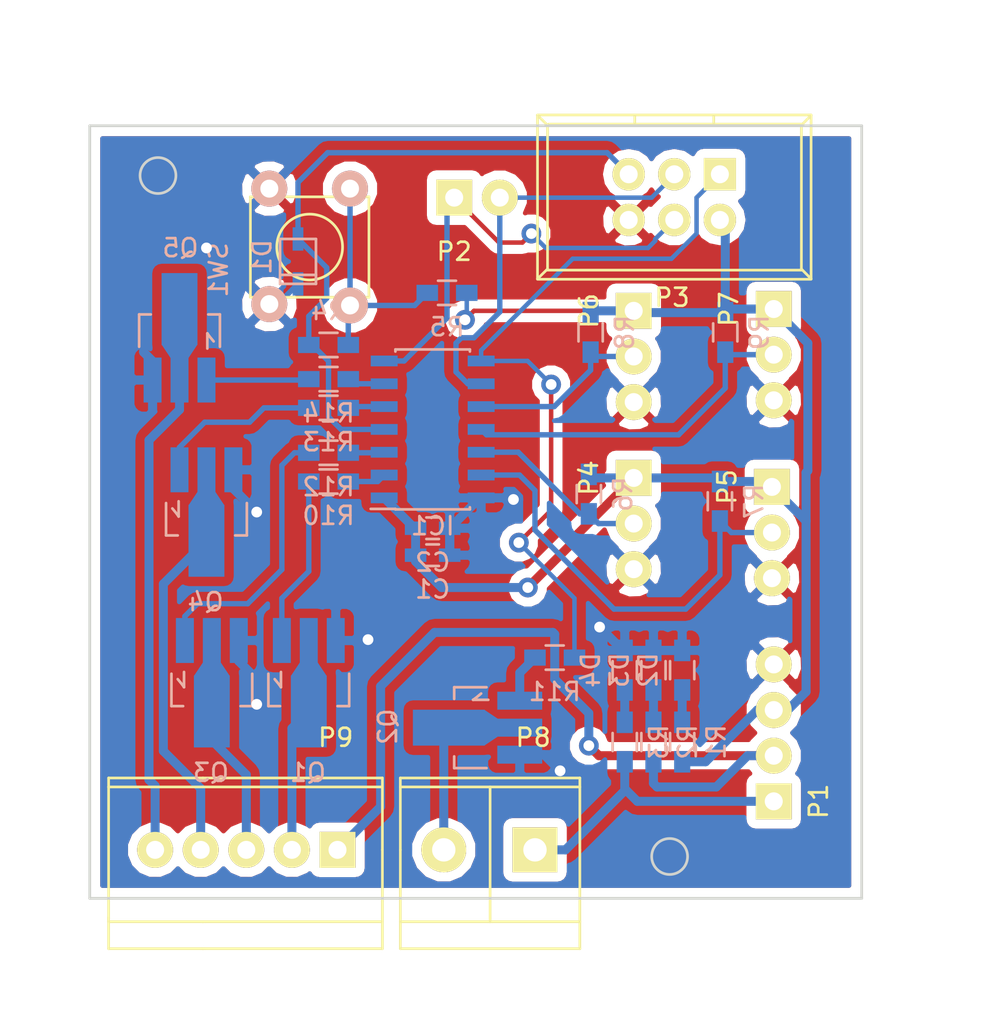
<source format=kicad_pcb>
(kicad_pcb (version 4) (host pcbnew 4.0.4+dfsg1-stable)

  (general
    (links 84)
    (no_connects 0)
    (area 124.2 81.2 180.200001 138.200001)
    (thickness 1.6)
    (drawings 6)
    (tracks 248)
    (zones 0)
    (modules 36)
    (nets 31)
  )

  (page A4)
  (layers
    (0 F.Cu signal)
    (31 B.Cu signal)
    (32 B.Adhes user)
    (33 F.Adhes user)
    (34 B.Paste user)
    (35 F.Paste user)
    (36 B.SilkS user)
    (37 F.SilkS user)
    (38 B.Mask user)
    (39 F.Mask user)
    (40 Dwgs.User user)
    (41 Cmts.User user)
    (42 Eco1.User user)
    (43 Eco2.User user)
    (44 Edge.Cuts user)
    (45 Margin user)
    (46 B.CrtYd user)
    (47 F.CrtYd user)
    (48 B.Fab user)
    (49 F.Fab user)
  )

  (setup
    (last_trace_width 0.25)
    (user_trace_width 0.3)
    (user_trace_width 0.5)
    (trace_clearance 0.2)
    (zone_clearance 0.508)
    (zone_45_only no)
    (trace_min 0.2)
    (segment_width 0.2)
    (edge_width 0.15)
    (via_size 0.6)
    (via_drill 0.4)
    (via_min_size 0.4)
    (via_min_drill 0.3)
    (user_via 1.1 0.6)
    (uvia_size 0.3)
    (uvia_drill 0.1)
    (uvias_allowed no)
    (uvia_min_size 0.2)
    (uvia_min_drill 0.1)
    (pcb_text_width 0.3)
    (pcb_text_size 1.5 1.5)
    (mod_edge_width 0.15)
    (mod_text_size 1 1)
    (mod_text_width 0.15)
    (pad_size 1.524 1.524)
    (pad_drill 0.762)
    (pad_to_mask_clearance 0.2)
    (aux_axis_origin 129.2 131.2)
    (grid_origin 167.2 123.2)
    (visible_elements FFFFFF7F)
    (pcbplotparams
      (layerselection 0x3d000_80000001)
      (usegerberextensions true)
      (excludeedgelayer true)
      (linewidth 0.100000)
      (plotframeref false)
      (viasonmask false)
      (mode 1)
      (useauxorigin true)
      (hpglpennumber 1)
      (hpglpenspeed 20)
      (hpglpendiameter 15)
      (hpglpenoverlay 2)
      (psnegative false)
      (psa4output false)
      (plotreference true)
      (plotvalue true)
      (plotinvisibletext false)
      (padsonsilk false)
      (subtractmaskfromsilk false)
      (outputformat 1)
      (mirror false)
      (drillshape 0)
      (scaleselection 1)
      (outputdirectory Gerber_out))
  )

  (net 0 "")
  (net 1 +3V3)
  (net 2 GND)
  (net 3 ~RESET)
  (net 4 "Net-(D2-Pad2)")
  (net 5 "Net-(D3-Pad2)")
  (net 6 "Net-(D4-Pad2)")
  (net 7 PH1)
  (net 8 PH2)
  (net 9 PH3)
  (net 10 PH0)
  (net 11 MOSI)
  (net 12 MISO)
  (net 13 SCK)
  (net 14 S3)
  (net 15 S2)
  (net 16 S1)
  (net 17 S0)
  (net 18 +12V)
  (net 19 "Net-(P8-Pad2)")
  (net 20 +5V)
  (net 21 "Net-(P9-Pad2)")
  (net 22 "Net-(P9-Pad3)")
  (net 23 "Net-(P9-Pad4)")
  (net 24 "Net-(P9-Pad5)")
  (net 25 "Net-(Q1-Pad1)")
  (net 26 "Net-(Q2-Pad1)")
  (net 27 "Net-(Q3-Pad1)")
  (net 28 "Net-(Q4-Pad1)")
  (net 29 "Net-(Q5-Pad1)")
  (net 30 "Net-(R4-Pad1)")

  (net_class Default "This is the default net class."
    (clearance 0.2)
    (trace_width 0.25)
    (via_dia 0.6)
    (via_drill 0.4)
    (uvia_dia 0.3)
    (uvia_drill 0.1)
    (add_net +12V)
    (add_net +3V3)
    (add_net +5V)
    (add_net GND)
    (add_net MISO)
    (add_net MOSI)
    (add_net "Net-(D2-Pad2)")
    (add_net "Net-(D3-Pad2)")
    (add_net "Net-(D4-Pad2)")
    (add_net "Net-(P8-Pad2)")
    (add_net "Net-(P9-Pad2)")
    (add_net "Net-(P9-Pad3)")
    (add_net "Net-(P9-Pad4)")
    (add_net "Net-(P9-Pad5)")
    (add_net "Net-(Q1-Pad1)")
    (add_net "Net-(Q2-Pad1)")
    (add_net "Net-(Q3-Pad1)")
    (add_net "Net-(Q4-Pad1)")
    (add_net "Net-(Q5-Pad1)")
    (add_net "Net-(R4-Pad1)")
    (add_net PH0)
    (add_net PH1)
    (add_net PH2)
    (add_net PH3)
    (add_net S0)
    (add_net S1)
    (add_net S2)
    (add_net S3)
    (add_net SCK)
    (add_net ~RESET)
  )

  (module kalilnik:C_0603_HandSoldering (layer B.Cu) (tedit 5897278B) (tstamp 589723B4)
    (at 148.3 112.1)
    (descr "Capacitor SMD 0603, hand soldering")
    (tags "capacitor 0603")
    (path /587C54B7)
    (attr smd)
    (fp_text reference C1 (at 0 1.9) (layer B.SilkS)
      (effects (font (size 1 1) (thickness 0.15)) (justify mirror))
    )
    (fp_text value 1u (at -0.1 -0.15) (layer B.Fab)
      (effects (font (size 1 1) (thickness 0.15)) (justify mirror))
    )
    (fp_line (start -1.85 0.75) (end 1.85 0.75) (layer B.CrtYd) (width 0.05))
    (fp_line (start -1.85 -0.75) (end 1.85 -0.75) (layer B.CrtYd) (width 0.05))
    (fp_line (start -1.85 0.75) (end -1.85 -0.75) (layer B.CrtYd) (width 0.05))
    (fp_line (start 1.85 0.75) (end 1.85 -0.75) (layer B.CrtYd) (width 0.05))
    (fp_line (start -0.35 0.6) (end 0.35 0.6) (layer B.SilkS) (width 0.15))
    (fp_line (start 0.35 -0.6) (end -0.35 -0.6) (layer B.SilkS) (width 0.15))
    (pad 1 smd rect (at -0.95 0) (size 1.2 0.75) (layers B.Cu B.Paste B.Mask)
      (net 1 +3V3))
    (pad 2 smd rect (at 0.95 0) (size 1.2 0.75) (layers B.Cu B.Paste B.Mask)
      (net 2 GND))
    (model Capacitors_SMD.3dshapes/C_0603_HandSoldering.wrl
      (at (xyz 0 0 0))
      (scale (xyz 1 1 1))
      (rotate (xyz 0 0 0))
    )
  )

  (module kalilnik:C_0603_HandSoldering (layer B.Cu) (tedit 58972788) (tstamp 589723C0)
    (at 148.3 110.6)
    (descr "Capacitor SMD 0603, hand soldering")
    (tags "capacitor 0603")
    (path /587C57A3)
    (attr smd)
    (fp_text reference C2 (at 0 1.9) (layer B.SilkS)
      (effects (font (size 1 1) (thickness 0.15)) (justify mirror))
    )
    (fp_text value 100n (at 0.15 -0.15) (layer B.Fab)
      (effects (font (size 1 1) (thickness 0.15)) (justify mirror))
    )
    (fp_line (start -1.85 0.75) (end 1.85 0.75) (layer B.CrtYd) (width 0.05))
    (fp_line (start -1.85 -0.75) (end 1.85 -0.75) (layer B.CrtYd) (width 0.05))
    (fp_line (start -1.85 0.75) (end -1.85 -0.75) (layer B.CrtYd) (width 0.05))
    (fp_line (start 1.85 0.75) (end 1.85 -0.75) (layer B.CrtYd) (width 0.05))
    (fp_line (start -0.35 0.6) (end 0.35 0.6) (layer B.SilkS) (width 0.15))
    (fp_line (start 0.35 -0.6) (end -0.35 -0.6) (layer B.SilkS) (width 0.15))
    (pad 1 smd rect (at -0.95 0) (size 1.2 0.75) (layers B.Cu B.Paste B.Mask)
      (net 1 +3V3))
    (pad 2 smd rect (at 0.95 0) (size 1.2 0.75) (layers B.Cu B.Paste B.Mask)
      (net 2 GND))
    (model Capacitors_SMD.3dshapes/C_0603_HandSoldering.wrl
      (at (xyz 0 0 0))
      (scale (xyz 1 1 1))
      (rotate (xyz 0 0 0))
    )
  )

  (module kalilnik:SOD323F (layer B.Cu) (tedit 58972770) (tstamp 589723CB)
    (at 140.8 95.5 90)
    (path /588CD978)
    (fp_text reference D1 (at 0 -2 90) (layer B.SilkS)
      (effects (font (size 1 1) (thickness 0.15)) (justify mirror))
    )
    (fp_text value ESD_1CH (at -0.45 -0.1 90) (layer B.Fab)
      (effects (font (size 1 1) (thickness 0.15)) (justify mirror))
    )
    (fp_line (start -1 1) (end -1 -1) (layer B.SilkS) (width 0.15))
    (fp_line (start -1.5 1) (end -1.5 -1) (layer B.SilkS) (width 0.15))
    (fp_line (start -1.5 -1) (end 1 -1) (layer B.SilkS) (width 0.15))
    (fp_line (start 1 -1) (end 1 1) (layer B.SilkS) (width 0.15))
    (fp_line (start 1 1) (end -1.5 1) (layer B.SilkS) (width 0.15))
    (pad 1 smd rect (at -1.5 0 90) (size 1.3 0.6) (layers B.Cu B.Paste B.Mask)
      (net 2 GND))
    (pad 2 smd rect (at 1 0 90) (size 1.3 0.6) (layers B.Cu B.Paste B.Mask)
      (net 3 ~RESET))
  )

  (module kalilnik:R_0603_HandSoldering (layer B.Cu) (tedit 589727B7) (tstamp 589723D7)
    (at 162.2 118.5 270)
    (descr "Resistor SMD 0603, hand soldering")
    (tags "resistor 0603")
    (path /5875469B)
    (attr smd)
    (fp_text reference D2 (at 0 1.9 270) (layer B.SilkS)
      (effects (font (size 1 1) (thickness 0.15)) (justify mirror))
    )
    (fp_text value Led_Small (at -0.05 0.25 270) (layer B.Fab)
      (effects (font (size 1 1) (thickness 0.15)) (justify mirror))
    )
    (fp_line (start -2 0.8) (end 2 0.8) (layer B.CrtYd) (width 0.05))
    (fp_line (start -2 -0.8) (end 2 -0.8) (layer B.CrtYd) (width 0.05))
    (fp_line (start -2 0.8) (end -2 -0.8) (layer B.CrtYd) (width 0.05))
    (fp_line (start 2 0.8) (end 2 -0.8) (layer B.CrtYd) (width 0.05))
    (fp_line (start 0.5 -0.675) (end -0.5 -0.675) (layer B.SilkS) (width 0.15))
    (fp_line (start -0.5 0.675) (end 0.5 0.675) (layer B.SilkS) (width 0.15))
    (pad 1 smd rect (at -1.1 0 270) (size 1.2 0.9) (layers B.Cu B.Paste B.Mask)
      (net 2 GND))
    (pad 2 smd rect (at 1.1 0 270) (size 1.2 0.9) (layers B.Cu B.Paste B.Mask)
      (net 4 "Net-(D2-Pad2)"))
    (model Resistors_SMD.3dshapes/R_0603_HandSoldering.wrl
      (at (xyz 0 0 0))
      (scale (xyz 1 1 1))
      (rotate (xyz 0 0 0))
    )
  )

  (module kalilnik:R_0603_HandSoldering (layer B.Cu) (tedit 589727BB) (tstamp 589723E3)
    (at 160.6 118.5 270)
    (descr "Resistor SMD 0603, hand soldering")
    (tags "resistor 0603")
    (path /5897117E)
    (attr smd)
    (fp_text reference D3 (at 0 1.9 270) (layer B.SilkS)
      (effects (font (size 1 1) (thickness 0.15)) (justify mirror))
    )
    (fp_text value Led_Small (at 0.2 -0.1 270) (layer B.Fab)
      (effects (font (size 1 1) (thickness 0.15)) (justify mirror))
    )
    (fp_line (start -2 0.8) (end 2 0.8) (layer B.CrtYd) (width 0.05))
    (fp_line (start -2 -0.8) (end 2 -0.8) (layer B.CrtYd) (width 0.05))
    (fp_line (start -2 0.8) (end -2 -0.8) (layer B.CrtYd) (width 0.05))
    (fp_line (start 2 0.8) (end 2 -0.8) (layer B.CrtYd) (width 0.05))
    (fp_line (start 0.5 -0.675) (end -0.5 -0.675) (layer B.SilkS) (width 0.15))
    (fp_line (start -0.5 0.675) (end 0.5 0.675) (layer B.SilkS) (width 0.15))
    (pad 1 smd rect (at -1.1 0 270) (size 1.2 0.9) (layers B.Cu B.Paste B.Mask)
      (net 2 GND))
    (pad 2 smd rect (at 1.1 0 270) (size 1.2 0.9) (layers B.Cu B.Paste B.Mask)
      (net 5 "Net-(D3-Pad2)"))
    (model Resistors_SMD.3dshapes/R_0603_HandSoldering.wrl
      (at (xyz 0 0 0))
      (scale (xyz 1 1 1))
      (rotate (xyz 0 0 0))
    )
  )

  (module kalilnik:R_0603_HandSoldering (layer B.Cu) (tedit 589727BE) (tstamp 589723EF)
    (at 159 118.5 270)
    (descr "Resistor SMD 0603, hand soldering")
    (tags "resistor 0603")
    (path /58971222)
    (attr smd)
    (fp_text reference D4 (at 0 1.9 270) (layer B.SilkS)
      (effects (font (size 1 1) (thickness 0.15)) (justify mirror))
    )
    (fp_text value Led_Small (at -0.05 0.05 270) (layer B.Fab)
      (effects (font (size 1 1) (thickness 0.15)) (justify mirror))
    )
    (fp_line (start -2 0.8) (end 2 0.8) (layer B.CrtYd) (width 0.05))
    (fp_line (start -2 -0.8) (end 2 -0.8) (layer B.CrtYd) (width 0.05))
    (fp_line (start -2 0.8) (end -2 -0.8) (layer B.CrtYd) (width 0.05))
    (fp_line (start 2 0.8) (end 2 -0.8) (layer B.CrtYd) (width 0.05))
    (fp_line (start 0.5 -0.675) (end -0.5 -0.675) (layer B.SilkS) (width 0.15))
    (fp_line (start -0.5 0.675) (end 0.5 0.675) (layer B.SilkS) (width 0.15))
    (pad 1 smd rect (at -1.1 0 270) (size 1.2 0.9) (layers B.Cu B.Paste B.Mask)
      (net 2 GND))
    (pad 2 smd rect (at 1.1 0 270) (size 1.2 0.9) (layers B.Cu B.Paste B.Mask)
      (net 6 "Net-(D4-Pad2)"))
    (model Resistors_SMD.3dshapes/R_0603_HandSoldering.wrl
      (at (xyz 0 0 0))
      (scale (xyz 1 1 1))
      (rotate (xyz 0 0 0))
    )
  )

  (module kalilnik:SOIC-14_3.9x8.7mm_Pitch1.27mm (layer B.Cu) (tedit 58972772) (tstamp 58972411)
    (at 148.3 105.1)
    (descr "14-Lead Plastic Small Outline (SL) - Narrow, 3.90 mm Body [SOIC] (see Microchip Packaging Specification 00000049BS.pdf)")
    (tags "SOIC 1.27")
    (path /5896E745)
    (attr smd)
    (fp_text reference IC1 (at 0 5.375) (layer B.SilkS)
      (effects (font (size 1 1) (thickness 0.15)) (justify mirror))
    )
    (fp_text value ATTINY24A-SS (at 1.15 -0.9) (layer B.Fab)
      (effects (font (size 1 1) (thickness 0.15)) (justify mirror))
    )
    (fp_circle (center -1.25 3.75) (end -1.5 3.75) (layer B.Fab) (width 0.15))
    (fp_line (start -1.95 4.35) (end -1.95 -4.35) (layer B.Fab) (width 0.15))
    (fp_line (start 1.95 4.35) (end -1.95 4.35) (layer B.Fab) (width 0.15))
    (fp_line (start 1.95 -4.35) (end 1.95 4.35) (layer B.Fab) (width 0.15))
    (fp_line (start -1.95 -4.35) (end 1.95 -4.35) (layer B.Fab) (width 0.15))
    (fp_line (start -3.7 4.65) (end -3.7 -4.65) (layer B.CrtYd) (width 0.05))
    (fp_line (start 3.7 4.65) (end 3.7 -4.65) (layer B.CrtYd) (width 0.05))
    (fp_line (start -3.7 4.65) (end 3.7 4.65) (layer B.CrtYd) (width 0.05))
    (fp_line (start -3.7 -4.65) (end 3.7 -4.65) (layer B.CrtYd) (width 0.05))
    (fp_line (start -2.075 4.45) (end -2.075 4.425) (layer B.SilkS) (width 0.15))
    (fp_line (start 2.075 4.45) (end 2.075 4.335) (layer B.SilkS) (width 0.15))
    (fp_line (start 2.075 -4.45) (end 2.075 -4.335) (layer B.SilkS) (width 0.15))
    (fp_line (start -2.075 -4.45) (end -2.075 -4.335) (layer B.SilkS) (width 0.15))
    (fp_line (start -2.075 4.45) (end 2.075 4.45) (layer B.SilkS) (width 0.15))
    (fp_line (start -2.075 -4.45) (end 2.075 -4.45) (layer B.SilkS) (width 0.15))
    (fp_line (start -2.075 4.425) (end -3.45 4.425) (layer B.SilkS) (width 0.15))
    (pad 1 smd rect (at -2.7 3.81) (size 1.5 0.6) (layers B.Cu B.Paste B.Mask)
      (net 1 +3V3))
    (pad 2 smd rect (at -2.7 2.54) (size 1.5 0.6) (layers B.Cu B.Paste B.Mask)
      (net 10 PH0))
    (pad 3 smd rect (at -2.7 1.27) (size 1.5 0.6) (layers B.Cu B.Paste B.Mask)
      (net 7 PH1))
    (pad 4 smd rect (at -2.7 0) (size 1.5 0.6) (layers B.Cu B.Paste B.Mask)
      (net 3 ~RESET))
    (pad 5 smd rect (at -2.7 -1.27) (size 1.5 0.6) (layers B.Cu B.Paste B.Mask)
      (net 8 PH2))
    (pad 6 smd rect (at -2.7 -2.54) (size 1.5 0.6) (layers B.Cu B.Paste B.Mask)
      (net 9 PH3))
    (pad 7 smd rect (at -2.7 -3.81) (size 1.5 0.6) (layers B.Cu B.Paste B.Mask)
      (net 11 MOSI))
    (pad 8 smd rect (at 2.7 -3.81) (size 1.5 0.6) (layers B.Cu B.Paste B.Mask)
      (net 12 MISO))
    (pad 9 smd rect (at 2.7 -2.54) (size 1.5 0.6) (layers B.Cu B.Paste B.Mask)
      (net 13 SCK))
    (pad 10 smd rect (at 2.7 -1.27) (size 1.5 0.6) (layers B.Cu B.Paste B.Mask)
      (net 14 S3))
    (pad 11 smd rect (at 2.7 0) (size 1.5 0.6) (layers B.Cu B.Paste B.Mask)
      (net 15 S2))
    (pad 12 smd rect (at 2.7 1.27) (size 1.5 0.6) (layers B.Cu B.Paste B.Mask)
      (net 16 S1))
    (pad 13 smd rect (at 2.7 2.54) (size 1.5 0.6) (layers B.Cu B.Paste B.Mask)
      (net 17 S0))
    (pad 14 smd rect (at 2.7 3.81) (size 1.5 0.6) (layers B.Cu B.Paste B.Mask)
      (net 2 GND))
    (model Housings_SOIC.3dshapes/SOIC-14_3.9x8.7mm_Pitch1.27mm.wrl
      (at (xyz 0 0 0))
      (scale (xyz 1 1 1))
      (rotate (xyz 0 0 0))
    )
  )

  (module kalilnik:CONN_2x1x2.54 (layer F.Cu) (tedit 588FB954) (tstamp 5897241B)
    (at 149.5 92.2)
    (path /588EEE62)
    (fp_text reference P2 (at 0 3) (layer F.SilkS)
      (effects (font (size 1 1) (thickness 0.15)))
    )
    (fp_text value CONN_01X02 (at 1 -3) (layer F.Fab)
      (effects (font (size 1 1) (thickness 0.15)))
    )
    (fp_line (start -1.5 -2) (end 4 -2) (layer F.CrtYd) (width 0.15))
    (fp_line (start 4 -2) (end 4 1.5) (layer F.CrtYd) (width 0.15))
    (fp_line (start 4 1.5) (end -1.5 1.5) (layer F.CrtYd) (width 0.15))
    (fp_line (start -1.5 1.5) (end -1.5 -2) (layer F.CrtYd) (width 0.15))
    (pad 1 thru_hole rect (at 0 0) (size 2 2) (drill 1) (layers *.Cu *.Mask F.SilkS)
      (net 11 MOSI))
    (pad 2 thru_hole circle (at 2.54 0) (size 2 2) (drill 1) (layers *.Cu *.Mask F.SilkS)
      (net 13 SCK))
  )

  (module kalilnik:IDC_Header_Straight_6pins (layer F.Cu) (tedit 57C32CCC) (tstamp 58972433)
    (at 164.3 90.9 180)
    (descr "14 pins through hole IDC header")
    (tags "IDC header socket VASCH")
    (path /5874F5A4)
    (fp_text reference P3 (at 2.667 -6.858 180) (layer F.SilkS)
      (effects (font (size 1 1) (thickness 0.15)))
    )
    (fp_text value CONN_02X03 (at 3.175 4.445 180) (layer F.Fab)
      (effects (font (size 1 1) (thickness 0.15)))
    )
    (fp_line (start 9.652 -5.334) (end -4.572 -5.334) (layer F.SilkS) (width 0.15))
    (fp_line (start 10.16 -5.842) (end -5.08 -5.842) (layer F.SilkS) (width 0.15))
    (fp_line (start -4.572 2.794) (end 9.525 2.794) (layer F.SilkS) (width 0.15))
    (fp_line (start -5.08 3.302) (end 10.16 3.302) (layer F.SilkS) (width 0.15))
    (fp_line (start 0.34 2.794) (end 0.34 3.245) (layer F.SilkS) (width 0.15))
    (fp_line (start 4.74 2.794) (end 4.74 3.28) (layer F.SilkS) (width 0.15))
    (fp_line (start -5.08 -5.82) (end -5.08 3.28) (layer F.SilkS) (width 0.15))
    (fp_line (start -4.54 -5.27) (end -4.54 2.73) (layer F.SilkS) (width 0.15))
    (fp_line (start 10.16 -5.82) (end 10.16 3.28) (layer F.SilkS) (width 0.15))
    (fp_line (start 9.6 -5.27) (end 9.6 2.73) (layer F.SilkS) (width 0.15))
    (fp_line (start -5.08 -5.82) (end -4.54 -5.27) (layer F.SilkS) (width 0.15))
    (fp_line (start 10.16 -5.82) (end 9.6 -5.27) (layer F.SilkS) (width 0.15))
    (fp_line (start -5.08 3.28) (end -4.54 2.73) (layer F.SilkS) (width 0.15))
    (fp_line (start 10.16 3.28) (end 9.6 2.73) (layer F.SilkS) (width 0.15))
    (pad 1 thru_hole rect (at 0 0 180) (size 1.8 1.8) (drill 1) (layers *.Cu *.Mask F.SilkS)
      (net 12 MISO))
    (pad 2 thru_hole oval (at 0 -2.54 180) (size 1.8 1.8) (drill 1) (layers *.Cu *.Mask F.SilkS)
      (net 1 +3V3))
    (pad 3 thru_hole oval (at 2.54 0 180) (size 1.8 1.8) (drill 1) (layers *.Cu *.Mask F.SilkS)
      (net 13 SCK))
    (pad 4 thru_hole circle (at 2.54 -2.54 180) (size 1.8 1.8) (drill 1) (layers *.Cu *.Mask F.SilkS)
      (net 11 MOSI))
    (pad 5 thru_hole oval (at 5.08 0 180) (size 1.8 1.8) (drill 1) (layers *.Cu *.Mask F.SilkS)
      (net 3 ~RESET))
    (pad 6 thru_hole circle (at 5.08 -2.54 180) (size 1.8 1.8) (drill 1) (layers *.Cu *.Mask F.SilkS)
      (net 2 GND))
  )

  (module kalilnik:CONN_3x1x2.54 (layer F.Cu) (tedit 5896306C) (tstamp 5897243E)
    (at 159.5 107.8 270)
    (path /58972FCA)
    (fp_text reference P4 (at 0 2.5 270) (layer F.SilkS)
      (effects (font (size 1 1) (thickness 0.15)))
    )
    (fp_text value CONN_01X03 (at 3.5 -2.5 270) (layer F.Fab)
      (effects (font (size 1 1) (thickness 0.15)))
    )
    (fp_line (start -1.5 -1.5) (end 6.5 -1.5) (layer F.CrtYd) (width 0.15))
    (fp_line (start 6.5 -1.5) (end 6.5 1.5) (layer F.CrtYd) (width 0.15))
    (fp_line (start 6.5 1.5) (end -1.5 1.5) (layer F.CrtYd) (width 0.15))
    (fp_line (start -1.5 1.5) (end -1.5 -1.5) (layer F.CrtYd) (width 0.15))
    (pad 1 thru_hole rect (at 0 0 270) (size 2 2) (drill 1) (layers *.Cu *.Mask F.SilkS)
      (net 1 +3V3))
    (pad 2 thru_hole circle (at 2.54 0 270) (size 2 2) (drill 1) (layers *.Cu *.Mask F.SilkS)
      (net 16 S1))
    (pad 3 thru_hole circle (at 5.08 0 270) (size 2 2) (drill 1) (layers *.Cu *.Mask F.SilkS)
      (net 2 GND))
  )

  (module kalilnik:CONN_3x1x2.54 (layer F.Cu) (tedit 5896306C) (tstamp 58972449)
    (at 167.2 108.3 270)
    (path /5897258A)
    (fp_text reference P5 (at 0 2.5 270) (layer F.SilkS)
      (effects (font (size 1 1) (thickness 0.15)))
    )
    (fp_text value CONN_01X03 (at 3.5 -2.5 270) (layer F.Fab)
      (effects (font (size 1 1) (thickness 0.15)))
    )
    (fp_line (start -1.5 -1.5) (end 6.5 -1.5) (layer F.CrtYd) (width 0.15))
    (fp_line (start 6.5 -1.5) (end 6.5 1.5) (layer F.CrtYd) (width 0.15))
    (fp_line (start 6.5 1.5) (end -1.5 1.5) (layer F.CrtYd) (width 0.15))
    (fp_line (start -1.5 1.5) (end -1.5 -1.5) (layer F.CrtYd) (width 0.15))
    (pad 1 thru_hole rect (at 0 0 270) (size 2 2) (drill 1) (layers *.Cu *.Mask F.SilkS)
      (net 1 +3V3))
    (pad 2 thru_hole circle (at 2.54 0 270) (size 2 2) (drill 1) (layers *.Cu *.Mask F.SilkS)
      (net 17 S0))
    (pad 3 thru_hole circle (at 5.08 0 270) (size 2 2) (drill 1) (layers *.Cu *.Mask F.SilkS)
      (net 2 GND))
  )

  (module kalilnik:CONN_3x1x2.54 (layer F.Cu) (tedit 5896306C) (tstamp 58972454)
    (at 159.5 98.5 270)
    (path /58973154)
    (fp_text reference P6 (at 0 2.5 270) (layer F.SilkS)
      (effects (font (size 1 1) (thickness 0.15)))
    )
    (fp_text value CONN_01X03 (at 3.5 -2.5 270) (layer F.Fab)
      (effects (font (size 1 1) (thickness 0.15)))
    )
    (fp_line (start -1.5 -1.5) (end 6.5 -1.5) (layer F.CrtYd) (width 0.15))
    (fp_line (start 6.5 -1.5) (end 6.5 1.5) (layer F.CrtYd) (width 0.15))
    (fp_line (start 6.5 1.5) (end -1.5 1.5) (layer F.CrtYd) (width 0.15))
    (fp_line (start -1.5 1.5) (end -1.5 -1.5) (layer F.CrtYd) (width 0.15))
    (pad 1 thru_hole rect (at 0 0 270) (size 2 2) (drill 1) (layers *.Cu *.Mask F.SilkS)
      (net 1 +3V3))
    (pad 2 thru_hole circle (at 2.54 0 270) (size 2 2) (drill 1) (layers *.Cu *.Mask F.SilkS)
      (net 14 S3))
    (pad 3 thru_hole circle (at 5.08 0 270) (size 2 2) (drill 1) (layers *.Cu *.Mask F.SilkS)
      (net 2 GND))
  )

  (module kalilnik:CONN_3x1x2.54 (layer F.Cu) (tedit 5896306C) (tstamp 5897245F)
    (at 167.3 98.4 270)
    (path /5897312F)
    (fp_text reference P7 (at 0 2.5 270) (layer F.SilkS)
      (effects (font (size 1 1) (thickness 0.15)))
    )
    (fp_text value CONN_01X03 (at 3.5 -2.5 270) (layer F.Fab)
      (effects (font (size 1 1) (thickness 0.15)))
    )
    (fp_line (start -1.5 -1.5) (end 6.5 -1.5) (layer F.CrtYd) (width 0.15))
    (fp_line (start 6.5 -1.5) (end 6.5 1.5) (layer F.CrtYd) (width 0.15))
    (fp_line (start 6.5 1.5) (end -1.5 1.5) (layer F.CrtYd) (width 0.15))
    (fp_line (start -1.5 1.5) (end -1.5 -1.5) (layer F.CrtYd) (width 0.15))
    (pad 1 thru_hole rect (at 0 0 270) (size 2 2) (drill 1) (layers *.Cu *.Mask F.SilkS)
      (net 1 +3V3))
    (pad 2 thru_hole circle (at 2.54 0 270) (size 2 2) (drill 1) (layers *.Cu *.Mask F.SilkS)
      (net 15 S2))
    (pad 3 thru_hole circle (at 5.08 0 270) (size 2 2) (drill 1) (layers *.Cu *.Mask F.SilkS)
      (net 2 GND))
  )

  (module kalilnik:CONN_2x1x5.08 (layer F.Cu) (tedit 57BE0B79) (tstamp 5897246E)
    (at 154 128.5 180)
    (path /58971ACC)
    (fp_text reference P8 (at 0.1 6.25 180) (layer F.SilkS)
      (effects (font (size 1 1) (thickness 0.15)))
    )
    (fp_text value CONN_01X02 (at 1.1 -7.4 180) (layer F.Fab)
      (effects (font (size 1 1) (thickness 0.15)))
    )
    (fp_line (start 2.5 -4) (end 2.5 3.5) (layer F.SilkS) (width 0.15))
    (fp_line (start -2.5 3.5) (end 7.5 3.5) (layer F.SilkS) (width 0.15))
    (fp_line (start -2.5 -4) (end 7.5 -4) (layer F.SilkS) (width 0.15))
    (fp_line (start -2.5 0) (end -2.5 4) (layer F.SilkS) (width 0.15))
    (fp_line (start -2.5 4) (end 7.5 4) (layer F.SilkS) (width 0.15))
    (fp_line (start 7.5 4) (end 7.5 0) (layer F.SilkS) (width 0.15))
    (fp_line (start 7.5 0) (end 7.5 -5.5) (layer F.SilkS) (width 0.15))
    (fp_line (start 7.5 -5.5) (end -2.5 -5.5) (layer F.SilkS) (width 0.15))
    (fp_line (start -2.5 -5.5) (end -2.5 0) (layer F.SilkS) (width 0.15))
    (pad 1 thru_hole rect (at 0 0 180) (size 2.5 2.5) (drill 1.3) (layers *.Cu *.Mask F.SilkS)
      (net 18 +12V))
    (pad 2 thru_hole circle (at 5.08 0 180) (size 2.5 2.5) (drill 1.3) (layers *.Cu *.Mask F.SilkS)
      (net 19 "Net-(P8-Pad2)"))
  )

  (module kalilnik:CONN_5x1x2.54 (layer F.Cu) (tedit 5896E8BB) (tstamp 58972484)
    (at 143 128.5 180)
    (path /5896FA33)
    (fp_text reference P9 (at 0.1 6.25 180) (layer F.SilkS)
      (effects (font (size 1 1) (thickness 0.15)))
    )
    (fp_text value CONN_01X05 (at 1.1 -7.4 180) (layer F.Fab)
      (effects (font (size 1 1) (thickness 0.15)))
    )
    (fp_line (start 7.5 4) (end 12.75 4) (layer F.SilkS) (width 0.15))
    (fp_line (start 12.75 4) (end 12.75 3.5) (layer F.SilkS) (width 0.15))
    (fp_line (start 7.5 -5.5) (end 12.75 -5.5) (layer F.SilkS) (width 0.15))
    (fp_line (start 12.75 -5.5) (end 12.75 -3.75) (layer F.SilkS) (width 0.15))
    (fp_line (start 7.5 3.5) (end 12.75 3.5) (layer F.SilkS) (width 0.15))
    (fp_line (start 12.75 3.5) (end 12.75 -4) (layer F.SilkS) (width 0.15))
    (fp_line (start 12.75 -4) (end 7.5 -4) (layer F.SilkS) (width 0.15))
    (fp_line (start -2.5 3.5) (end 7.5 3.5) (layer F.SilkS) (width 0.15))
    (fp_line (start -2.5 -4) (end 7.5 -4) (layer F.SilkS) (width 0.15))
    (fp_line (start -2.5 0) (end -2.5 4) (layer F.SilkS) (width 0.15))
    (fp_line (start -2.5 4) (end 7.5 4) (layer F.SilkS) (width 0.15))
    (fp_line (start 7.5 -5.5) (end -2.5 -5.5) (layer F.SilkS) (width 0.15))
    (fp_line (start -2.5 -5.5) (end -2.5 0) (layer F.SilkS) (width 0.15))
    (pad 1 thru_hole rect (at 0 0 180) (size 2 2) (drill 1) (layers *.Cu *.Mask F.SilkS)
      (net 20 +5V))
    (pad 2 thru_hole circle (at 2.54 0 180) (size 2 2) (drill 1) (layers *.Cu *.Mask F.SilkS)
      (net 21 "Net-(P9-Pad2)"))
    (pad 3 thru_hole circle (at 5.08 0 180) (size 2 2) (drill 1) (layers *.Cu *.Mask F.SilkS)
      (net 22 "Net-(P9-Pad3)"))
    (pad 4 thru_hole circle (at 7.62 0 180) (size 2 2) (drill 1) (layers *.Cu *.Mask F.SilkS)
      (net 23 "Net-(P9-Pad4)"))
    (pad 5 thru_hole circle (at 10.16 0 180) (size 2 2) (drill 1) (layers *.Cu *.Mask F.SilkS)
      (net 24 "Net-(P9-Pad5)"))
  )

  (module kalilnik:SOT89-3_Housing_Handsoldering_123 (layer B.Cu) (tedit 58972764) (tstamp 58972494)
    (at 141.4 119.2)
    (descr "SOT89-3, Housing, Handsoldering,")
    (tags "SOT89-3, Housing, Handsoldering,")
    (path /58970257)
    (attr smd)
    (fp_text reference Q1 (at -0.0508 5.00126) (layer B.SilkS)
      (effects (font (size 1 1) (thickness 0.15)) (justify mirror))
    )
    (fp_text value Q_NMOS_GDS (at -0.2 0.75) (layer B.Fab)
      (effects (font (size 1 1) (thickness 0.15)) (justify mirror))
    )
    (fp_line (start -1.89992 -0.20066) (end -1.651 0.09906) (layer B.SilkS) (width 0.15))
    (fp_line (start -1.651 0.09906) (end -1.5494 0.24892) (layer B.SilkS) (width 0.15))
    (fp_line (start -1.5494 0.24892) (end -1.5494 -0.59944) (layer B.SilkS) (width 0.15))
    (fp_line (start -2.25044 1.30048) (end -2.25044 -0.50038) (layer B.SilkS) (width 0.15))
    (fp_line (start -2.25044 1.30048) (end -1.6002 1.30048) (layer B.SilkS) (width 0.15))
    (fp_line (start 2.25044 1.30048) (end 2.25044 -0.50038) (layer B.SilkS) (width 0.15))
    (fp_line (start 2.25044 1.30048) (end 1.6002 1.30048) (layer B.SilkS) (width 0.15))
    (pad 1 smd rect (at -1.50114 -2.35204) (size 1.00076 2.5019) (layers B.Cu B.Paste B.Mask)
      (net 25 "Net-(Q1-Pad1)"))
    (pad 2 smd rect (at 0 -2.35204) (size 1.00076 2.5019) (layers B.Cu B.Paste B.Mask)
      (net 21 "Net-(P9-Pad2)"))
    (pad 3 smd rect (at 1.50114 -2.35204) (size 1.00076 2.5019) (layers B.Cu B.Paste B.Mask)
      (net 2 GND))
    (pad 2 smd rect (at 0 1.6002) (size 1.99898 4.0005) (layers B.Cu B.Paste B.Mask)
      (net 21 "Net-(P9-Pad2)"))
    (pad 2 smd trapezoid (at 0 -0.7493 180) (size 1.50114 0.7493) (rect_delta 0 -0.50038 ) (layers B.Cu B.Paste B.Mask)
      (net 21 "Net-(P9-Pad2)"))
    (model TO_SOT_Packages_SMD.3dshapes/SOT89-3_Housing_Handsoldering.wrl
      (at (xyz 0 0 0))
      (scale (xyz 0.3937 0.3937 0.3937))
      (rotate (xyz 0 0 0))
    )
  )

  (module kalilnik:SOT89-3_Housing_Handsoldering_123 (layer B.Cu) (tedit 589727C1) (tstamp 589724A4)
    (at 150.8 121.7 270)
    (descr "SOT89-3, Housing, Handsoldering,")
    (tags "SOT89-3, Housing, Handsoldering,")
    (path /589717C7)
    (attr smd)
    (fp_text reference Q2 (at -0.0508 5.00126 270) (layer B.SilkS)
      (effects (font (size 1 1) (thickness 0.15)) (justify mirror))
    )
    (fp_text value Q_NMOS_GDS (at -0.5 -1.4 270) (layer B.Fab)
      (effects (font (size 1 1) (thickness 0.15)) (justify mirror))
    )
    (fp_line (start -1.89992 -0.20066) (end -1.651 0.09906) (layer B.SilkS) (width 0.15))
    (fp_line (start -1.651 0.09906) (end -1.5494 0.24892) (layer B.SilkS) (width 0.15))
    (fp_line (start -1.5494 0.24892) (end -1.5494 -0.59944) (layer B.SilkS) (width 0.15))
    (fp_line (start -2.25044 1.30048) (end -2.25044 -0.50038) (layer B.SilkS) (width 0.15))
    (fp_line (start -2.25044 1.30048) (end -1.6002 1.30048) (layer B.SilkS) (width 0.15))
    (fp_line (start 2.25044 1.30048) (end 2.25044 -0.50038) (layer B.SilkS) (width 0.15))
    (fp_line (start 2.25044 1.30048) (end 1.6002 1.30048) (layer B.SilkS) (width 0.15))
    (pad 1 smd rect (at -1.50114 -2.35204 270) (size 1.00076 2.5019) (layers B.Cu B.Paste B.Mask)
      (net 26 "Net-(Q2-Pad1)"))
    (pad 2 smd rect (at 0 -2.35204 270) (size 1.00076 2.5019) (layers B.Cu B.Paste B.Mask)
      (net 19 "Net-(P8-Pad2)"))
    (pad 3 smd rect (at 1.50114 -2.35204 270) (size 1.00076 2.5019) (layers B.Cu B.Paste B.Mask)
      (net 2 GND))
    (pad 2 smd rect (at 0 1.6002 270) (size 1.99898 4.0005) (layers B.Cu B.Paste B.Mask)
      (net 19 "Net-(P8-Pad2)"))
    (pad 2 smd trapezoid (at 0 -0.7493 90) (size 1.50114 0.7493) (rect_delta 0 -0.50038 ) (layers B.Cu B.Paste B.Mask)
      (net 19 "Net-(P8-Pad2)"))
    (model TO_SOT_Packages_SMD.3dshapes/SOT89-3_Housing_Handsoldering.wrl
      (at (xyz 0 0 0))
      (scale (xyz 0.3937 0.3937 0.3937))
      (rotate (xyz 0 0 0))
    )
  )

  (module kalilnik:SOT89-3_Housing_Handsoldering_123 (layer B.Cu) (tedit 58972766) (tstamp 589724B4)
    (at 136 119.2)
    (descr "SOT89-3, Housing, Handsoldering,")
    (tags "SOT89-3, Housing, Handsoldering,")
    (path /589707B3)
    (attr smd)
    (fp_text reference Q3 (at -0.0508 5.00126) (layer B.SilkS)
      (effects (font (size 1 1) (thickness 0.15)) (justify mirror))
    )
    (fp_text value Q_NMOS_GDS (at 0.2 -1.25) (layer B.Fab)
      (effects (font (size 1 1) (thickness 0.15)) (justify mirror))
    )
    (fp_line (start -1.89992 -0.20066) (end -1.651 0.09906) (layer B.SilkS) (width 0.15))
    (fp_line (start -1.651 0.09906) (end -1.5494 0.24892) (layer B.SilkS) (width 0.15))
    (fp_line (start -1.5494 0.24892) (end -1.5494 -0.59944) (layer B.SilkS) (width 0.15))
    (fp_line (start -2.25044 1.30048) (end -2.25044 -0.50038) (layer B.SilkS) (width 0.15))
    (fp_line (start -2.25044 1.30048) (end -1.6002 1.30048) (layer B.SilkS) (width 0.15))
    (fp_line (start 2.25044 1.30048) (end 2.25044 -0.50038) (layer B.SilkS) (width 0.15))
    (fp_line (start 2.25044 1.30048) (end 1.6002 1.30048) (layer B.SilkS) (width 0.15))
    (pad 1 smd rect (at -1.50114 -2.35204) (size 1.00076 2.5019) (layers B.Cu B.Paste B.Mask)
      (net 27 "Net-(Q3-Pad1)"))
    (pad 2 smd rect (at 0 -2.35204) (size 1.00076 2.5019) (layers B.Cu B.Paste B.Mask)
      (net 22 "Net-(P9-Pad3)"))
    (pad 3 smd rect (at 1.50114 -2.35204) (size 1.00076 2.5019) (layers B.Cu B.Paste B.Mask)
      (net 2 GND))
    (pad 2 smd rect (at 0 1.6002) (size 1.99898 4.0005) (layers B.Cu B.Paste B.Mask)
      (net 22 "Net-(P9-Pad3)"))
    (pad 2 smd trapezoid (at 0 -0.7493 180) (size 1.50114 0.7493) (rect_delta 0 -0.50038 ) (layers B.Cu B.Paste B.Mask)
      (net 22 "Net-(P9-Pad3)"))
    (model TO_SOT_Packages_SMD.3dshapes/SOT89-3_Housing_Handsoldering.wrl
      (at (xyz 0 0 0))
      (scale (xyz 0.3937 0.3937 0.3937))
      (rotate (xyz 0 0 0))
    )
  )

  (module kalilnik:SOT89-3_Housing_Handsoldering_123 (layer B.Cu) (tedit 58972769) (tstamp 589724C4)
    (at 135.7 109.7)
    (descr "SOT89-3, Housing, Handsoldering,")
    (tags "SOT89-3, Housing, Handsoldering,")
    (path /5897088F)
    (attr smd)
    (fp_text reference Q4 (at -0.0508 5.00126) (layer B.SilkS)
      (effects (font (size 1 1) (thickness 0.15)) (justify mirror))
    )
    (fp_text value Q_NMOS_GDS (at 0.25 0.5) (layer B.Fab)
      (effects (font (size 1 1) (thickness 0.15)) (justify mirror))
    )
    (fp_line (start -1.89992 -0.20066) (end -1.651 0.09906) (layer B.SilkS) (width 0.15))
    (fp_line (start -1.651 0.09906) (end -1.5494 0.24892) (layer B.SilkS) (width 0.15))
    (fp_line (start -1.5494 0.24892) (end -1.5494 -0.59944) (layer B.SilkS) (width 0.15))
    (fp_line (start -2.25044 1.30048) (end -2.25044 -0.50038) (layer B.SilkS) (width 0.15))
    (fp_line (start -2.25044 1.30048) (end -1.6002 1.30048) (layer B.SilkS) (width 0.15))
    (fp_line (start 2.25044 1.30048) (end 2.25044 -0.50038) (layer B.SilkS) (width 0.15))
    (fp_line (start 2.25044 1.30048) (end 1.6002 1.30048) (layer B.SilkS) (width 0.15))
    (pad 1 smd rect (at -1.50114 -2.35204) (size 1.00076 2.5019) (layers B.Cu B.Paste B.Mask)
      (net 28 "Net-(Q4-Pad1)"))
    (pad 2 smd rect (at 0 -2.35204) (size 1.00076 2.5019) (layers B.Cu B.Paste B.Mask)
      (net 23 "Net-(P9-Pad4)"))
    (pad 3 smd rect (at 1.50114 -2.35204) (size 1.00076 2.5019) (layers B.Cu B.Paste B.Mask)
      (net 2 GND))
    (pad 2 smd rect (at 0 1.6002) (size 1.99898 4.0005) (layers B.Cu B.Paste B.Mask)
      (net 23 "Net-(P9-Pad4)"))
    (pad 2 smd trapezoid (at 0 -0.7493 180) (size 1.50114 0.7493) (rect_delta 0 -0.50038 ) (layers B.Cu B.Paste B.Mask)
      (net 23 "Net-(P9-Pad4)"))
    (model TO_SOT_Packages_SMD.3dshapes/SOT89-3_Housing_Handsoldering.wrl
      (at (xyz 0 0 0))
      (scale (xyz 0.3937 0.3937 0.3937))
      (rotate (xyz 0 0 0))
    )
  )

  (module kalilnik:SOT89-3_Housing_Handsoldering_123 (layer B.Cu) (tedit 5897276C) (tstamp 589724D4)
    (at 134.2 100 180)
    (descr "SOT89-3, Housing, Handsoldering,")
    (tags "SOT89-3, Housing, Handsoldering,")
    (path /5897089D)
    (attr smd)
    (fp_text reference Q5 (at -0.0508 5.00126 180) (layer B.SilkS)
      (effects (font (size 1 1) (thickness 0.15)) (justify mirror))
    )
    (fp_text value Q_NMOS_GDS (at -0.75 -1.7 180) (layer B.Fab)
      (effects (font (size 1 1) (thickness 0.15)) (justify mirror))
    )
    (fp_line (start -1.89992 -0.20066) (end -1.651 0.09906) (layer B.SilkS) (width 0.15))
    (fp_line (start -1.651 0.09906) (end -1.5494 0.24892) (layer B.SilkS) (width 0.15))
    (fp_line (start -1.5494 0.24892) (end -1.5494 -0.59944) (layer B.SilkS) (width 0.15))
    (fp_line (start -2.25044 1.30048) (end -2.25044 -0.50038) (layer B.SilkS) (width 0.15))
    (fp_line (start -2.25044 1.30048) (end -1.6002 1.30048) (layer B.SilkS) (width 0.15))
    (fp_line (start 2.25044 1.30048) (end 2.25044 -0.50038) (layer B.SilkS) (width 0.15))
    (fp_line (start 2.25044 1.30048) (end 1.6002 1.30048) (layer B.SilkS) (width 0.15))
    (pad 1 smd rect (at -1.50114 -2.35204 180) (size 1.00076 2.5019) (layers B.Cu B.Paste B.Mask)
      (net 29 "Net-(Q5-Pad1)"))
    (pad 2 smd rect (at 0 -2.35204 180) (size 1.00076 2.5019) (layers B.Cu B.Paste B.Mask)
      (net 24 "Net-(P9-Pad5)"))
    (pad 3 smd rect (at 1.50114 -2.35204 180) (size 1.00076 2.5019) (layers B.Cu B.Paste B.Mask)
      (net 2 GND))
    (pad 2 smd rect (at 0 1.6002 180) (size 1.99898 4.0005) (layers B.Cu B.Paste B.Mask)
      (net 24 "Net-(P9-Pad5)"))
    (pad 2 smd trapezoid (at 0 -0.7493) (size 1.50114 0.7493) (rect_delta 0 -0.50038 ) (layers B.Cu B.Paste B.Mask)
      (net 24 "Net-(P9-Pad5)"))
    (model TO_SOT_Packages_SMD.3dshapes/SOT89-3_Housing_Handsoldering.wrl
      (at (xyz 0 0 0))
      (scale (xyz 0.3937 0.3937 0.3937))
      (rotate (xyz 0 0 0))
    )
  )

  (module kalilnik:R_0603_HandSoldering (layer B.Cu) (tedit 589727AF) (tstamp 589724E0)
    (at 162.2 122.5 90)
    (descr "Resistor SMD 0603, hand soldering")
    (tags "resistor 0603")
    (path /58754599)
    (attr smd)
    (fp_text reference R1 (at 0 1.9 90) (layer B.SilkS)
      (effects (font (size 1 1) (thickness 0.15)) (justify mirror))
    )
    (fp_text value 80 (at 0.3 0 90) (layer B.Fab)
      (effects (font (size 1 1) (thickness 0.15)) (justify mirror))
    )
    (fp_line (start -2 0.8) (end 2 0.8) (layer B.CrtYd) (width 0.05))
    (fp_line (start -2 -0.8) (end 2 -0.8) (layer B.CrtYd) (width 0.05))
    (fp_line (start -2 0.8) (end -2 -0.8) (layer B.CrtYd) (width 0.05))
    (fp_line (start 2 0.8) (end 2 -0.8) (layer B.CrtYd) (width 0.05))
    (fp_line (start 0.5 -0.675) (end -0.5 -0.675) (layer B.SilkS) (width 0.15))
    (fp_line (start -0.5 0.675) (end 0.5 0.675) (layer B.SilkS) (width 0.15))
    (pad 1 smd rect (at -1.1 0 90) (size 1.2 0.9) (layers B.Cu B.Paste B.Mask)
      (net 1 +3V3))
    (pad 2 smd rect (at 1.1 0 90) (size 1.2 0.9) (layers B.Cu B.Paste B.Mask)
      (net 4 "Net-(D2-Pad2)"))
    (model Resistors_SMD.3dshapes/R_0603_HandSoldering.wrl
      (at (xyz 0 0 0))
      (scale (xyz 1 1 1))
      (rotate (xyz 0 0 0))
    )
  )

  (module kalilnik:R_0603_HandSoldering (layer B.Cu) (tedit 589727AC) (tstamp 589724EC)
    (at 160.6 122.5 90)
    (descr "Resistor SMD 0603, hand soldering")
    (tags "resistor 0603")
    (path /58971178)
    (attr smd)
    (fp_text reference R2 (at 0 1.9 90) (layer B.SilkS)
      (effects (font (size 1 1) (thickness 0.15)) (justify mirror))
    )
    (fp_text value 190 (at -0.2 0.1 90) (layer B.Fab)
      (effects (font (size 1 1) (thickness 0.15)) (justify mirror))
    )
    (fp_line (start -2 0.8) (end 2 0.8) (layer B.CrtYd) (width 0.05))
    (fp_line (start -2 -0.8) (end 2 -0.8) (layer B.CrtYd) (width 0.05))
    (fp_line (start -2 0.8) (end -2 -0.8) (layer B.CrtYd) (width 0.05))
    (fp_line (start 2 0.8) (end 2 -0.8) (layer B.CrtYd) (width 0.05))
    (fp_line (start 0.5 -0.675) (end -0.5 -0.675) (layer B.SilkS) (width 0.15))
    (fp_line (start -0.5 0.675) (end 0.5 0.675) (layer B.SilkS) (width 0.15))
    (pad 1 smd rect (at -1.1 0 90) (size 1.2 0.9) (layers B.Cu B.Paste B.Mask)
      (net 20 +5V))
    (pad 2 smd rect (at 1.1 0 90) (size 1.2 0.9) (layers B.Cu B.Paste B.Mask)
      (net 5 "Net-(D3-Pad2)"))
    (model Resistors_SMD.3dshapes/R_0603_HandSoldering.wrl
      (at (xyz 0 0 0))
      (scale (xyz 1 1 1))
      (rotate (xyz 0 0 0))
    )
  )

  (module kalilnik:R_0603_HandSoldering (layer B.Cu) (tedit 589727B4) (tstamp 589724F8)
    (at 159 122.5 90)
    (descr "Resistor SMD 0603, hand soldering")
    (tags "resistor 0603")
    (path /5897121C)
    (attr smd)
    (fp_text reference R3 (at 0 1.9 90) (layer B.SilkS)
      (effects (font (size 1 1) (thickness 0.15)) (justify mirror))
    )
    (fp_text value 650 (at 0.05 -0.05 90) (layer B.Fab)
      (effects (font (size 1 1) (thickness 0.15)) (justify mirror))
    )
    (fp_line (start -2 0.8) (end 2 0.8) (layer B.CrtYd) (width 0.05))
    (fp_line (start -2 -0.8) (end 2 -0.8) (layer B.CrtYd) (width 0.05))
    (fp_line (start -2 0.8) (end -2 -0.8) (layer B.CrtYd) (width 0.05))
    (fp_line (start 2 0.8) (end 2 -0.8) (layer B.CrtYd) (width 0.05))
    (fp_line (start 0.5 -0.675) (end -0.5 -0.675) (layer B.SilkS) (width 0.15))
    (fp_line (start -0.5 0.675) (end 0.5 0.675) (layer B.SilkS) (width 0.15))
    (pad 1 smd rect (at -1.1 0 90) (size 1.2 0.9) (layers B.Cu B.Paste B.Mask)
      (net 18 +12V))
    (pad 2 smd rect (at 1.1 0 90) (size 1.2 0.9) (layers B.Cu B.Paste B.Mask)
      (net 6 "Net-(D4-Pad2)"))
    (model Resistors_SMD.3dshapes/R_0603_HandSoldering.wrl
      (at (xyz 0 0 0))
      (scale (xyz 1 1 1))
      (rotate (xyz 0 0 0))
    )
  )

  (module kalilnik:R_0603_HandSoldering (layer B.Cu) (tedit 5896FBE4) (tstamp 58972504)
    (at 142.5 100.4 180)
    (descr "Resistor SMD 0603, hand soldering")
    (tags "resistor 0603")
    (path /58757B3F)
    (attr smd)
    (fp_text reference R4 (at 0 1.9 180) (layer B.SilkS)
      (effects (font (size 1 1) (thickness 0.15)) (justify mirror))
    )
    (fp_text value 220 (at 0.194999 0.175 180) (layer B.Fab)
      (effects (font (size 1 1) (thickness 0.15)) (justify mirror))
    )
    (fp_line (start -2 0.8) (end 2 0.8) (layer B.CrtYd) (width 0.05))
    (fp_line (start -2 -0.8) (end 2 -0.8) (layer B.CrtYd) (width 0.05))
    (fp_line (start -2 0.8) (end -2 -0.8) (layer B.CrtYd) (width 0.05))
    (fp_line (start 2 0.8) (end 2 -0.8) (layer B.CrtYd) (width 0.05))
    (fp_line (start 0.5 -0.675) (end -0.5 -0.675) (layer B.SilkS) (width 0.15))
    (fp_line (start -0.5 0.675) (end 0.5 0.675) (layer B.SilkS) (width 0.15))
    (pad 1 smd rect (at -1.1 0 180) (size 1.2 0.9) (layers B.Cu B.Paste B.Mask)
      (net 30 "Net-(R4-Pad1)"))
    (pad 2 smd rect (at 1.1 0 180) (size 1.2 0.9) (layers B.Cu B.Paste B.Mask)
      (net 3 ~RESET))
    (model Resistors_SMD.3dshapes/R_0603_HandSoldering.wrl
      (at (xyz 0 0 0))
      (scale (xyz 1 1 1))
      (rotate (xyz 0 0 0))
    )
  )

  (module kalilnik:R_0603_HandSoldering (layer B.Cu) (tedit 58972794) (tstamp 58972510)
    (at 149.1 97.5)
    (descr "Resistor SMD 0603, hand soldering")
    (tags "resistor 0603")
    (path /58757B45)
    (attr smd)
    (fp_text reference R5 (at 0 1.9) (layer B.SilkS)
      (effects (font (size 1 1) (thickness 0.15)) (justify mirror))
    )
    (fp_text value 10k (at -0.15 -0.05) (layer B.Fab)
      (effects (font (size 1 1) (thickness 0.15)) (justify mirror))
    )
    (fp_line (start -2 0.8) (end 2 0.8) (layer B.CrtYd) (width 0.05))
    (fp_line (start -2 -0.8) (end 2 -0.8) (layer B.CrtYd) (width 0.05))
    (fp_line (start -2 0.8) (end -2 -0.8) (layer B.CrtYd) (width 0.05))
    (fp_line (start 2 0.8) (end 2 -0.8) (layer B.CrtYd) (width 0.05))
    (fp_line (start 0.5 -0.675) (end -0.5 -0.675) (layer B.SilkS) (width 0.15))
    (fp_line (start -0.5 0.675) (end 0.5 0.675) (layer B.SilkS) (width 0.15))
    (pad 1 smd rect (at -1.1 0) (size 1.2 0.9) (layers B.Cu B.Paste B.Mask)
      (net 30 "Net-(R4-Pad1)"))
    (pad 2 smd rect (at 1.1 0) (size 1.2 0.9) (layers B.Cu B.Paste B.Mask)
      (net 1 +3V3))
    (model Resistors_SMD.3dshapes/R_0603_HandSoldering.wrl
      (at (xyz 0 0 0))
      (scale (xyz 1 1 1))
      (rotate (xyz 0 0 0))
    )
  )

  (module kalilnik:R_0603_HandSoldering (layer B.Cu) (tedit 5897278F) (tstamp 5897251C)
    (at 157 108.7 90)
    (descr "Resistor SMD 0603, hand soldering")
    (tags "resistor 0603")
    (path /5897361E)
    (attr smd)
    (fp_text reference R6 (at 0 1.9 90) (layer B.SilkS)
      (effects (font (size 1 1) (thickness 0.15)) (justify mirror))
    )
    (fp_text value 4.7k (at 0 -0.3 90) (layer B.Fab)
      (effects (font (size 1 1) (thickness 0.15)) (justify mirror))
    )
    (fp_line (start -2 0.8) (end 2 0.8) (layer B.CrtYd) (width 0.05))
    (fp_line (start -2 -0.8) (end 2 -0.8) (layer B.CrtYd) (width 0.05))
    (fp_line (start -2 0.8) (end -2 -0.8) (layer B.CrtYd) (width 0.05))
    (fp_line (start 2 0.8) (end 2 -0.8) (layer B.CrtYd) (width 0.05))
    (fp_line (start 0.5 -0.675) (end -0.5 -0.675) (layer B.SilkS) (width 0.15))
    (fp_line (start -0.5 0.675) (end 0.5 0.675) (layer B.SilkS) (width 0.15))
    (pad 1 smd rect (at -1.1 0 90) (size 1.2 0.9) (layers B.Cu B.Paste B.Mask)
      (net 16 S1))
    (pad 2 smd rect (at 1.1 0 90) (size 1.2 0.9) (layers B.Cu B.Paste B.Mask)
      (net 1 +3V3))
    (model Resistors_SMD.3dshapes/R_0603_HandSoldering.wrl
      (at (xyz 0 0 0))
      (scale (xyz 1 1 1))
      (rotate (xyz 0 0 0))
    )
  )

  (module kalilnik:R_0603_HandSoldering (layer B.Cu) (tedit 5897279E) (tstamp 58972528)
    (at 164.3 109.1 90)
    (descr "Resistor SMD 0603, hand soldering")
    (tags "resistor 0603")
    (path /589736B8)
    (attr smd)
    (fp_text reference R7 (at 0 1.9 90) (layer B.SilkS)
      (effects (font (size 1 1) (thickness 0.15)) (justify mirror))
    )
    (fp_text value 4.7k (at 0.4 0.15 90) (layer B.Fab)
      (effects (font (size 1 1) (thickness 0.15)) (justify mirror))
    )
    (fp_line (start -2 0.8) (end 2 0.8) (layer B.CrtYd) (width 0.05))
    (fp_line (start -2 -0.8) (end 2 -0.8) (layer B.CrtYd) (width 0.05))
    (fp_line (start -2 0.8) (end -2 -0.8) (layer B.CrtYd) (width 0.05))
    (fp_line (start 2 0.8) (end 2 -0.8) (layer B.CrtYd) (width 0.05))
    (fp_line (start 0.5 -0.675) (end -0.5 -0.675) (layer B.SilkS) (width 0.15))
    (fp_line (start -0.5 0.675) (end 0.5 0.675) (layer B.SilkS) (width 0.15))
    (pad 1 smd rect (at -1.1 0 90) (size 1.2 0.9) (layers B.Cu B.Paste B.Mask)
      (net 17 S0))
    (pad 2 smd rect (at 1.1 0 90) (size 1.2 0.9) (layers B.Cu B.Paste B.Mask)
      (net 1 +3V3))
    (model Resistors_SMD.3dshapes/R_0603_HandSoldering.wrl
      (at (xyz 0 0 0))
      (scale (xyz 1 1 1))
      (rotate (xyz 0 0 0))
    )
  )

  (module kalilnik:R_0603_HandSoldering (layer B.Cu) (tedit 58972792) (tstamp 58972534)
    (at 157.1 99.7 90)
    (descr "Resistor SMD 0603, hand soldering")
    (tags "resistor 0603")
    (path /5897316B)
    (attr smd)
    (fp_text reference R8 (at 0 1.9 90) (layer B.SilkS)
      (effects (font (size 1 1) (thickness 0.15)) (justify mirror))
    )
    (fp_text value 4.7k (at 0 0.1 90) (layer B.Fab)
      (effects (font (size 1 1) (thickness 0.15)) (justify mirror))
    )
    (fp_line (start -2 0.8) (end 2 0.8) (layer B.CrtYd) (width 0.05))
    (fp_line (start -2 -0.8) (end 2 -0.8) (layer B.CrtYd) (width 0.05))
    (fp_line (start -2 0.8) (end -2 -0.8) (layer B.CrtYd) (width 0.05))
    (fp_line (start 2 0.8) (end 2 -0.8) (layer B.CrtYd) (width 0.05))
    (fp_line (start 0.5 -0.675) (end -0.5 -0.675) (layer B.SilkS) (width 0.15))
    (fp_line (start -0.5 0.675) (end 0.5 0.675) (layer B.SilkS) (width 0.15))
    (pad 1 smd rect (at -1.1 0 90) (size 1.2 0.9) (layers B.Cu B.Paste B.Mask)
      (net 14 S3))
    (pad 2 smd rect (at 1.1 0 90) (size 1.2 0.9) (layers B.Cu B.Paste B.Mask)
      (net 1 +3V3))
    (model Resistors_SMD.3dshapes/R_0603_HandSoldering.wrl
      (at (xyz 0 0 0))
      (scale (xyz 1 1 1))
      (rotate (xyz 0 0 0))
    )
  )

  (module kalilnik:R_0603_HandSoldering (layer B.Cu) (tedit 5897279A) (tstamp 58972540)
    (at 164.6 99.7 90)
    (descr "Resistor SMD 0603, hand soldering")
    (tags "resistor 0603")
    (path /58973749)
    (attr smd)
    (fp_text reference R9 (at 0 1.9 90) (layer B.SilkS)
      (effects (font (size 1 1) (thickness 0.15)) (justify mirror))
    )
    (fp_text value 4.7k (at 0.25 -0.15 90) (layer B.Fab)
      (effects (font (size 1 1) (thickness 0.15)) (justify mirror))
    )
    (fp_line (start -2 0.8) (end 2 0.8) (layer B.CrtYd) (width 0.05))
    (fp_line (start -2 -0.8) (end 2 -0.8) (layer B.CrtYd) (width 0.05))
    (fp_line (start -2 0.8) (end -2 -0.8) (layer B.CrtYd) (width 0.05))
    (fp_line (start 2 0.8) (end 2 -0.8) (layer B.CrtYd) (width 0.05))
    (fp_line (start 0.5 -0.675) (end -0.5 -0.675) (layer B.SilkS) (width 0.15))
    (fp_line (start -0.5 0.675) (end 0.5 0.675) (layer B.SilkS) (width 0.15))
    (pad 1 smd rect (at -1.1 0 90) (size 1.2 0.9) (layers B.Cu B.Paste B.Mask)
      (net 15 S2))
    (pad 2 smd rect (at 1.1 0 90) (size 1.2 0.9) (layers B.Cu B.Paste B.Mask)
      (net 1 +3V3))
    (model Resistors_SMD.3dshapes/R_0603_HandSoldering.wrl
      (at (xyz 0 0 0))
      (scale (xyz 1 1 1))
      (rotate (xyz 0 0 0))
    )
  )

  (module kalilnik:R_0603_HandSoldering (layer B.Cu) (tedit 58972785) (tstamp 5897254C)
    (at 142.5 108)
    (descr "Resistor SMD 0603, hand soldering")
    (tags "resistor 0603")
    (path /5896F8C3)
    (attr smd)
    (fp_text reference R10 (at 0 1.9) (layer B.SilkS)
      (effects (font (size 1 1) (thickness 0.15)) (justify mirror))
    )
    (fp_text value 220 (at -0.3 -0.05) (layer B.Fab)
      (effects (font (size 1 1) (thickness 0.15)) (justify mirror))
    )
    (fp_line (start -2 0.8) (end 2 0.8) (layer B.CrtYd) (width 0.05))
    (fp_line (start -2 -0.8) (end 2 -0.8) (layer B.CrtYd) (width 0.05))
    (fp_line (start -2 0.8) (end -2 -0.8) (layer B.CrtYd) (width 0.05))
    (fp_line (start 2 0.8) (end 2 -0.8) (layer B.CrtYd) (width 0.05))
    (fp_line (start 0.5 -0.675) (end -0.5 -0.675) (layer B.SilkS) (width 0.15))
    (fp_line (start -0.5 0.675) (end 0.5 0.675) (layer B.SilkS) (width 0.15))
    (pad 1 smd rect (at -1.1 0) (size 1.2 0.9) (layers B.Cu B.Paste B.Mask)
      (net 25 "Net-(Q1-Pad1)"))
    (pad 2 smd rect (at 1.1 0) (size 1.2 0.9) (layers B.Cu B.Paste B.Mask)
      (net 10 PH0))
    (model Resistors_SMD.3dshapes/R_0603_HandSoldering.wrl
      (at (xyz 0 0 0))
      (scale (xyz 1 1 1))
      (rotate (xyz 0 0 0))
    )
  )

  (module kalilnik:R_0603_HandSoldering (layer B.Cu) (tedit 589727BF) (tstamp 58972558)
    (at 155.1 117.8)
    (descr "Resistor SMD 0603, hand soldering")
    (tags "resistor 0603")
    (path /58971828)
    (attr smd)
    (fp_text reference R11 (at 0 1.9) (layer B.SilkS)
      (effects (font (size 1 1) (thickness 0.15)) (justify mirror))
    )
    (fp_text value 220 (at 0.1 0.15) (layer B.Fab)
      (effects (font (size 1 1) (thickness 0.15)) (justify mirror))
    )
    (fp_line (start -2 0.8) (end 2 0.8) (layer B.CrtYd) (width 0.05))
    (fp_line (start -2 -0.8) (end 2 -0.8) (layer B.CrtYd) (width 0.05))
    (fp_line (start -2 0.8) (end -2 -0.8) (layer B.CrtYd) (width 0.05))
    (fp_line (start 2 0.8) (end 2 -0.8) (layer B.CrtYd) (width 0.05))
    (fp_line (start 0.5 -0.675) (end -0.5 -0.675) (layer B.SilkS) (width 0.15))
    (fp_line (start -0.5 0.675) (end 0.5 0.675) (layer B.SilkS) (width 0.15))
    (pad 1 smd rect (at -1.1 0) (size 1.2 0.9) (layers B.Cu B.Paste B.Mask)
      (net 26 "Net-(Q2-Pad1)"))
    (pad 2 smd rect (at 1.1 0) (size 1.2 0.9) (layers B.Cu B.Paste B.Mask)
      (net 12 MISO))
    (model Resistors_SMD.3dshapes/R_0603_HandSoldering.wrl
      (at (xyz 0 0 0))
      (scale (xyz 1 1 1))
      (rotate (xyz 0 0 0))
    )
  )

  (module kalilnik:R_0603_HandSoldering (layer B.Cu) (tedit 5897277D) (tstamp 58972564)
    (at 142.5 106.4)
    (descr "Resistor SMD 0603, hand soldering")
    (tags "resistor 0603")
    (path /589707AC)
    (attr smd)
    (fp_text reference R12 (at 0 1.9) (layer B.SilkS)
      (effects (font (size 1 1) (thickness 0.15)) (justify mirror))
    )
    (fp_text value 220 (at -0.3 -0.2) (layer B.Fab)
      (effects (font (size 1 1) (thickness 0.15)) (justify mirror))
    )
    (fp_line (start -2 0.8) (end 2 0.8) (layer B.CrtYd) (width 0.05))
    (fp_line (start -2 -0.8) (end 2 -0.8) (layer B.CrtYd) (width 0.05))
    (fp_line (start -2 0.8) (end -2 -0.8) (layer B.CrtYd) (width 0.05))
    (fp_line (start 2 0.8) (end 2 -0.8) (layer B.CrtYd) (width 0.05))
    (fp_line (start 0.5 -0.675) (end -0.5 -0.675) (layer B.SilkS) (width 0.15))
    (fp_line (start -0.5 0.675) (end 0.5 0.675) (layer B.SilkS) (width 0.15))
    (pad 1 smd rect (at -1.1 0) (size 1.2 0.9) (layers B.Cu B.Paste B.Mask)
      (net 27 "Net-(Q3-Pad1)"))
    (pad 2 smd rect (at 1.1 0) (size 1.2 0.9) (layers B.Cu B.Paste B.Mask)
      (net 7 PH1))
    (model Resistors_SMD.3dshapes/R_0603_HandSoldering.wrl
      (at (xyz 0 0 0))
      (scale (xyz 1 1 1))
      (rotate (xyz 0 0 0))
    )
  )

  (module kalilnik:R_0603_HandSoldering (layer B.Cu) (tedit 58972779) (tstamp 58972570)
    (at 142.5 103.9)
    (descr "Resistor SMD 0603, hand soldering")
    (tags "resistor 0603")
    (path /58970888)
    (attr smd)
    (fp_text reference R13 (at 0 1.9) (layer B.SilkS)
      (effects (font (size 1 1) (thickness 0.15)) (justify mirror))
    )
    (fp_text value 220 (at -0.3 -0.2) (layer B.Fab)
      (effects (font (size 1 1) (thickness 0.15)) (justify mirror))
    )
    (fp_line (start -2 0.8) (end 2 0.8) (layer B.CrtYd) (width 0.05))
    (fp_line (start -2 -0.8) (end 2 -0.8) (layer B.CrtYd) (width 0.05))
    (fp_line (start -2 0.8) (end -2 -0.8) (layer B.CrtYd) (width 0.05))
    (fp_line (start 2 0.8) (end 2 -0.8) (layer B.CrtYd) (width 0.05))
    (fp_line (start 0.5 -0.675) (end -0.5 -0.675) (layer B.SilkS) (width 0.15))
    (fp_line (start -0.5 0.675) (end 0.5 0.675) (layer B.SilkS) (width 0.15))
    (pad 1 smd rect (at -1.1 0) (size 1.2 0.9) (layers B.Cu B.Paste B.Mask)
      (net 28 "Net-(Q4-Pad1)"))
    (pad 2 smd rect (at 1.1 0) (size 1.2 0.9) (layers B.Cu B.Paste B.Mask)
      (net 8 PH2))
    (model Resistors_SMD.3dshapes/R_0603_HandSoldering.wrl
      (at (xyz 0 0 0))
      (scale (xyz 1 1 1))
      (rotate (xyz 0 0 0))
    )
  )

  (module kalilnik:R_0603_HandSoldering (layer B.Cu) (tedit 58972777) (tstamp 5897257C)
    (at 142.5 102.3)
    (descr "Resistor SMD 0603, hand soldering")
    (tags "resistor 0603")
    (path /589708F5)
    (attr smd)
    (fp_text reference R14 (at 0 1.9) (layer B.SilkS)
      (effects (font (size 1 1) (thickness 0.15)) (justify mirror))
    )
    (fp_text value 220 (at -0.05 -0.1) (layer B.Fab)
      (effects (font (size 1 1) (thickness 0.15)) (justify mirror))
    )
    (fp_line (start -2 0.8) (end 2 0.8) (layer B.CrtYd) (width 0.05))
    (fp_line (start -2 -0.8) (end 2 -0.8) (layer B.CrtYd) (width 0.05))
    (fp_line (start -2 0.8) (end -2 -0.8) (layer B.CrtYd) (width 0.05))
    (fp_line (start 2 0.8) (end 2 -0.8) (layer B.CrtYd) (width 0.05))
    (fp_line (start 0.5 -0.675) (end -0.5 -0.675) (layer B.SilkS) (width 0.15))
    (fp_line (start -0.5 0.675) (end 0.5 0.675) (layer B.SilkS) (width 0.15))
    (pad 1 smd rect (at -1.1 0) (size 1.2 0.9) (layers B.Cu B.Paste B.Mask)
      (net 29 "Net-(Q5-Pad1)"))
    (pad 2 smd rect (at 1.1 0) (size 1.2 0.9) (layers B.Cu B.Paste B.Mask)
      (net 9 PH3))
    (model Resistors_SMD.3dshapes/R_0603_HandSoldering.wrl
      (at (xyz 0 0 0))
      (scale (xyz 1 1 1))
      (rotate (xyz 0 0 0))
    )
  )

  (module kalilnik:CONN_4x1x2.54 (layer F.Cu) (tedit 588FBA0E) (tstamp 58972A19)
    (at 167.3 125.8 90)
    (path /5896EE46)
    (fp_text reference P1 (at 0 2.5 90) (layer F.SilkS)
      (effects (font (size 1 1) (thickness 0.15)))
    )
    (fp_text value CONN_01X04 (at 3.5 -2.5 90) (layer F.Fab)
      (effects (font (size 1 1) (thickness 0.15)))
    )
    (fp_line (start -1.5 -1.5) (end 9 -1.5) (layer F.CrtYd) (width 0.15))
    (fp_line (start 9 -1.5) (end 9 1.5) (layer F.CrtYd) (width 0.15))
    (fp_line (start 9 1.5) (end -1.5 1.5) (layer F.CrtYd) (width 0.15))
    (fp_line (start -1.5 1.5) (end -1.5 -1.5) (layer F.CrtYd) (width 0.15))
    (pad 1 thru_hole rect (at 0 0 90) (size 2 2) (drill 1) (layers *.Cu *.Mask F.SilkS)
      (net 18 +12V))
    (pad 2 thru_hole circle (at 2.54 0 90) (size 2 2) (drill 1) (layers *.Cu *.Mask F.SilkS)
      (net 20 +5V))
    (pad 3 thru_hole circle (at 5.08 0 90) (size 2 2) (drill 1) (layers *.Cu *.Mask F.SilkS)
      (net 1 +3V3))
    (pad 4 thru_hole circle (at 7.62 0 90) (size 2 2) (drill 1) (layers *.Cu *.Mask F.SilkS)
      (net 2 GND))
  )

  (module kalilnik:TACTILE_SWTICH_4PIN (layer B.Cu) (tedit 589748B2) (tstamp 58972589)
    (at 141.45 94.95 90)
    (path /58757B4B)
    (fp_text reference SW1 (at -1.27 -5.08 90) (layer B.SilkS)
      (effects (font (size 1 1) (thickness 0.15)) (justify mirror))
    )
    (fp_text value SW_PUSH (at 0.508 4.572 90) (layer B.Fab)
      (effects (font (size 1 1) (thickness 0.15)) (justify mirror))
    )
    (fp_circle (center 0 0) (end 1.016 -1.524) (layer F.SilkS) (width 0.15))
    (fp_line (start -2.794 -3.302) (end 2.794 -3.302) (layer F.SilkS) (width 0.15))
    (fp_line (start 2.794 -3.302) (end 2.794 3.302) (layer F.SilkS) (width 0.15))
    (fp_line (start 2.794 3.302) (end -2.794 3.302) (layer F.SilkS) (width 0.15))
    (fp_line (start -2.794 3.302) (end -2.794 -3.302) (layer F.SilkS) (width 0.15))
    (pad 1 thru_hole circle (at -3.2512 2.2479 90) (size 2 2) (drill 1) (layers *.Cu *.Mask B.SilkS)
      (net 30 "Net-(R4-Pad1)"))
    (pad 2 thru_hole circle (at 3.2512 2.2479 90) (size 2 2) (drill 1) (layers *.Cu *.Mask B.SilkS)
      (net 30 "Net-(R4-Pad1)"))
    (pad 3 thru_hole circle (at -3.175 -2.2479 90) (size 2 2) (drill 1) (layers *.Cu *.Mask B.SilkS)
      (net 2 GND))
    (pad 4 thru_hole circle (at 3.2512 -2.2479 90) (size 2 2) (drill 1) (layers *.Cu *.Mask B.SilkS)
      (net 2 GND))
  )

  (gr_circle (center 161.5 128.87) (end 160.5 128.87) (layer Edge.Cuts) (width 0.15) (tstamp 58F5F639))
  (gr_circle (center 133 90.97) (end 132 90.97) (layer Edge.Cuts) (width 0.15))
  (gr_line (start 129.2 88.2) (end 129.2 131.2) (angle 90) (layer Edge.Cuts) (width 0.15))
  (gr_line (start 172.2 88.2) (end 129.2 88.2) (angle 90) (layer Edge.Cuts) (width 0.15))
  (gr_line (start 172.2 131.2) (end 172.2 88.2) (angle 90) (layer Edge.Cuts) (width 0.15))
  (gr_line (start 129.2 131.2) (end 172.2 131.2) (angle 90) (layer Edge.Cuts) (width 0.15))

  (segment (start 147.35 112.1) (end 147.35 112.45) (width 0.5) (layer B.Cu) (net 1))
  (segment (start 147.35 112.45) (end 148.8 113.9) (width 0.5) (layer B.Cu) (net 1) (tstamp 5897350C))
  (segment (start 156.4 110.9) (end 159.5 107.8) (width 0.5) (layer F.Cu) (net 1) (tstamp 58973512))
  (segment (start 156.4 111.1) (end 156.4 110.9) (width 0.5) (layer F.Cu) (net 1) (tstamp 58973511))
  (segment (start 153.6 113.9) (end 156.4 111.1) (width 0.5) (layer F.Cu) (net 1) (tstamp 58973510))
  (via (at 153.6 113.9) (size 1.1) (drill 0.6) (layers F.Cu B.Cu) (net 1))
  (segment (start 148.8 113.9) (end 153.6 113.9) (width 0.5) (layer B.Cu) (net 1) (tstamp 5897350D))
  (segment (start 159.5 107.8) (end 157.2 107.8) (width 0.5) (layer B.Cu) (net 1))
  (segment (start 157.2 107.8) (end 157 107.6) (width 0.5) (layer B.Cu) (net 1) (tstamp 58973507))
  (segment (start 159.5 98.5) (end 150.6 98.5) (width 0.25) (layer F.Cu) (net 1))
  (segment (start 150.2 98.9) (end 150.2 97.5) (width 0.25) (layer B.Cu) (net 1) (tstamp 589734D3))
  (segment (start 150.1 99) (end 150.2 98.9) (width 0.25) (layer B.Cu) (net 1) (tstamp 589734D2))
  (via (at 150.1 99) (size 1.1) (drill 0.6) (layers F.Cu B.Cu) (net 1))
  (segment (start 150.6 98.5) (end 150.1 99) (width 0.25) (layer F.Cu) (net 1) (tstamp 589734D0))
  (segment (start 164.6 98.6) (end 164.6 93.74) (width 0.5) (layer B.Cu) (net 1))
  (segment (start 164.6 93.74) (end 164.3 93.44) (width 0.5) (layer B.Cu) (net 1) (tstamp 5897346C))
  (segment (start 164.6 93.74) (end 164.3 93.44) (width 0.3) (layer B.Cu) (net 1) (tstamp 58973468))
  (segment (start 159.5 107.8) (end 158.8 107.8) (width 0.5) (layer F.Cu) (net 1))
  (segment (start 147.35 110.6) (end 147.29 110.6) (width 0.5) (layer B.Cu) (net 1))
  (segment (start 147.29 110.6) (end 145.6 108.91) (width 0.5) (layer B.Cu) (net 1) (tstamp 58973396))
  (segment (start 147.35 112.1) (end 147.35 110.6) (width 0.5) (layer B.Cu) (net 1))
  (segment (start 159.5 107.8) (end 158.6 107.8) (width 0.5) (layer F.Cu) (net 1))
  (segment (start 159.5 98.5) (end 157.2 98.5) (width 0.5) (layer B.Cu) (net 1))
  (segment (start 157.2 98.5) (end 157.1 98.6) (width 0.5) (layer B.Cu) (net 1) (tstamp 58973383))
  (segment (start 164.6 98.6) (end 159.6 98.6) (width 0.5) (layer B.Cu) (net 1))
  (segment (start 159.6 98.6) (end 159.5 98.5) (width 0.5) (layer B.Cu) (net 1) (tstamp 58973380))
  (segment (start 167.3 98.4) (end 164.8 98.4) (width 0.5) (layer B.Cu) (net 1))
  (segment (start 164.8 98.4) (end 164.6 98.6) (width 0.5) (layer B.Cu) (net 1) (tstamp 5897337D))
  (segment (start 169.1 110.2) (end 169.1 107.5) (width 0.5) (layer B.Cu) (net 1))
  (segment (start 169.2 100.3) (end 167.3 98.4) (width 0.5) (layer B.Cu) (net 1) (tstamp 5897337A))
  (segment (start 169.2 107.4) (end 169.2 100.3) (width 0.5) (layer B.Cu) (net 1) (tstamp 58973379))
  (segment (start 169.1 107.5) (end 169.2 107.4) (width 0.5) (layer B.Cu) (net 1) (tstamp 58973378))
  (segment (start 157.2 107.8) (end 157 107.6) (width 0.5) (layer B.Cu) (net 1) (tstamp 58973375))
  (segment (start 164.3 108) (end 166.9 108) (width 0.5) (layer B.Cu) (net 1))
  (segment (start 166.9 108) (end 167.2 108.3) (width 0.5) (layer B.Cu) (net 1) (tstamp 58973372))
  (segment (start 159.5 107.8) (end 164.1 107.8) (width 0.5) (layer B.Cu) (net 1))
  (segment (start 164.1 107.8) (end 164.3 108) (width 0.5) (layer B.Cu) (net 1) (tstamp 5897336F))
  (segment (start 167.3 120.72) (end 168.08 120.72) (width 0.5) (layer B.Cu) (net 1))
  (segment (start 168.08 120.72) (end 169.1 119.7) (width 0.5) (layer B.Cu) (net 1) (tstamp 5897336A))
  (segment (start 169.1 110.2) (end 167.2 108.3) (width 0.5) (layer B.Cu) (net 1) (tstamp 5897336C))
  (segment (start 169.1 119.7) (end 169.1 110.2) (width 0.5) (layer B.Cu) (net 1) (tstamp 5897336B))
  (segment (start 167.3 120.72) (end 166.38 120.72) (width 0.5) (layer B.Cu) (net 1))
  (segment (start 166.38 120.72) (end 163.5 123.6) (width 0.5) (layer B.Cu) (net 1) (tstamp 589732E8))
  (segment (start 163.5 123.6) (end 162.2 123.6) (width 0.5) (layer B.Cu) (net 1) (tstamp 589732E9))
  (segment (start 135.7 95) (end 135.9009 95) (width 0.3) (layer B.Cu) (net 2))
  (segment (start 135.9009 95) (end 139.2021 91.6988) (width 0.3) (layer B.Cu) (net 2) (tstamp 58975242))
  (segment (start 139.2021 98.125) (end 138.825 98.125) (width 0.3) (layer B.Cu) (net 2))
  (segment (start 138.825 98.125) (end 135.7 95) (width 0.3) (layer B.Cu) (net 2) (tstamp 5897523F))
  (segment (start 139.2021 98.125) (end 139.675 98.125) (width 0.3) (layer B.Cu) (net 2))
  (segment (start 139.675 98.125) (end 140.8 97) (width 0.3) (layer B.Cu) (net 2) (tstamp 5897523C))
  (segment (start 139.2021 91.775) (end 138.925 91.775) (width 0.3) (layer B.Cu) (net 2))
  (segment (start 139.2021 98.2012) (end 138.9012 98.2012) (width 0.3) (layer B.Cu) (net 2))
  (segment (start 142.90114 116.84796) (end 144.65204 116.84796) (width 0.5) (layer B.Cu) (net 2))
  (via (at 144.7 116.8) (size 1.1) (drill 0.6) (layers F.Cu B.Cu) (net 2))
  (segment (start 144.65204 116.84796) (end 144.7 116.8) (width 0.5) (layer B.Cu) (net 2) (tstamp 589734FE))
  (segment (start 137.50114 116.84796) (end 137.50114 118.00114) (width 0.5) (layer B.Cu) (net 2))
  (segment (start 137.50114 118.00114) (end 138.5 119) (width 0.5) (layer B.Cu) (net 2) (tstamp 589734F9))
  (segment (start 138.5 119) (end 138.5 120.4) (width 0.5) (layer B.Cu) (net 2) (tstamp 589734FA))
  (via (at 138.5 120.4) (size 1.1) (drill 0.6) (layers F.Cu B.Cu) (net 2))
  (segment (start 137.20114 107.34796) (end 137.20114 108.40114) (width 0.5) (layer B.Cu) (net 2))
  (segment (start 137.20114 108.40114) (end 138.5 109.7) (width 0.5) (layer B.Cu) (net 2) (tstamp 589734F4))
  (via (at 138.5 109.7) (size 1.1) (drill 0.6) (layers F.Cu B.Cu) (net 2))
  (segment (start 133.65 94.65) (end 135.35 94.65) (width 0.5) (layer B.Cu) (net 2))
  (segment (start 135.7 95) (end 135.6 95) (width 0.5) (layer F.Cu) (net 2) (tstamp 589734F0))
  (via (at 135.7 95) (size 1.1) (drill 0.6) (layers F.Cu B.Cu) (net 2))
  (segment (start 135.35 94.65) (end 135.7 95) (width 0.5) (layer B.Cu) (net 2) (tstamp 589734EE))
  (segment (start 132.69886 102.35204) (end 132.69886 101.29886) (width 0.5) (layer B.Cu) (net 2))
  (segment (start 132.69886 101.29886) (end 132.2 100.8) (width 0.5) (layer B.Cu) (net 2) (tstamp 589734E3))
  (segment (start 132.2 100.8) (end 132.2 96.1) (width 0.5) (layer B.Cu) (net 2) (tstamp 589734E4))
  (segment (start 132.2 96.1) (end 133.65 94.65) (width 0.5) (layer B.Cu) (net 2) (tstamp 589734E5))
  (segment (start 151 108.91) (end 152.71 108.91) (width 0.5) (layer B.Cu) (net 2))
  (via (at 152.8 109) (size 1.1) (drill 0.6) (layers F.Cu B.Cu) (net 2))
  (segment (start 152.71 108.91) (end 152.8 109) (width 0.5) (layer B.Cu) (net 2) (tstamp 5897339E))
  (segment (start 149.25 110.6) (end 149.25 112.1) (width 0.5) (layer B.Cu) (net 2))
  (segment (start 151 108.91) (end 150.94 108.91) (width 0.5) (layer B.Cu) (net 2))
  (segment (start 150.94 108.91) (end 149.25 110.6) (width 0.5) (layer B.Cu) (net 2) (tstamp 58973399))
  (segment (start 159 117.4) (end 158.9 117.4) (width 0.5) (layer B.Cu) (net 2))
  (segment (start 158.9 117.4) (end 157.6 116.1) (width 0.5) (layer B.Cu) (net 2) (tstamp 58973366))
  (via (at 157.6 116.1) (size 1.1) (drill 0.6) (layers F.Cu B.Cu) (net 2))
  (segment (start 160.6 117.4) (end 162.2 117.4) (width 0.5) (layer B.Cu) (net 2))
  (segment (start 159 117.4) (end 160.6 117.4) (width 0.5) (layer B.Cu) (net 2))
  (segment (start 153.15204 123.20114) (end 154.50114 123.20114) (width 0.5) (layer B.Cu) (net 2))
  (via (at 155.4 124.1) (size 1.1) (drill 0.6) (layers F.Cu B.Cu) (net 2))
  (segment (start 154.50114 123.20114) (end 155.4 124.1) (width 0.5) (layer B.Cu) (net 2) (tstamp 5897335D))
  (segment (start 140.8 93.1) (end 140.8 91.35) (width 0.3) (layer B.Cu) (net 3))
  (segment (start 140.8 94.5) (end 140.8 93.1) (width 0.3) (layer B.Cu) (net 3))
  (segment (start 158.02 89.7) (end 159.22 90.9) (width 0.3) (layer B.Cu) (net 3) (tstamp 58975248))
  (segment (start 142.45 89.7) (end 158.02 89.7) (width 0.3) (layer B.Cu) (net 3) (tstamp 58975246))
  (segment (start 140.8 91.35) (end 142.45 89.7) (width 0.3) (layer B.Cu) (net 3) (tstamp 58975245))
  (segment (start 158.82 90.5) (end 159.22 90.9) (width 0.3) (layer B.Cu) (net 3) (tstamp 5897349E))
  (segment (start 141.4 100.4) (end 141.4 98.8) (width 0.3) (layer B.Cu) (net 3))
  (segment (start 142.4 96.1) (end 140.8 94.5) (width 0.3) (layer B.Cu) (net 3) (tstamp 5897348A))
  (segment (start 142.4 97.8) (end 142.4 96.1) (width 0.3) (layer B.Cu) (net 3) (tstamp 58973489))
  (segment (start 141.4 98.8) (end 142.4 97.8) (width 0.3) (layer B.Cu) (net 3) (tstamp 58973488))
  (segment (start 145.6 105.1) (end 143.2 105.1) (width 0.3) (layer B.Cu) (net 3))
  (segment (start 142.5 101.3) (end 141.6 100.4) (width 0.3) (layer B.Cu) (net 3) (tstamp 5897347E))
  (segment (start 142.5 104.4) (end 142.5 101.3) (width 0.3) (layer B.Cu) (net 3) (tstamp 5897347C))
  (segment (start 143.2 105.1) (end 142.5 104.4) (width 0.3) (layer B.Cu) (net 3) (tstamp 5897347B))
  (segment (start 141.6 100.4) (end 141.4 100.4) (width 0.3) (layer B.Cu) (net 3) (tstamp 5897347F))
  (segment (start 162.2 121.4) (end 162.2 119.6) (width 0.5) (layer B.Cu) (net 4))
  (segment (start 160.6 121.4) (end 160.6 119.6) (width 0.5) (layer B.Cu) (net 5))
  (segment (start 159 121.4) (end 159 119.6) (width 0.5) (layer B.Cu) (net 6))
  (segment (start 143.6 106.4) (end 145.57 106.4) (width 0.3) (layer B.Cu) (net 7))
  (segment (start 145.57 106.4) (end 145.6 106.37) (width 0.3) (layer B.Cu) (net 7) (tstamp 58973472))
  (segment (start 145.6 103.83) (end 143.67 103.83) (width 0.3) (layer B.Cu) (net 8))
  (segment (start 143.67 103.83) (end 143.6 103.9) (width 0.3) (layer B.Cu) (net 8) (tstamp 58973475))
  (segment (start 145.6 102.56) (end 143.86 102.56) (width 0.3) (layer B.Cu) (net 9))
  (segment (start 143.86 102.56) (end 143.6 102.3) (width 0.3) (layer B.Cu) (net 9) (tstamp 58973478))
  (segment (start 143.6 108) (end 145.24 108) (width 0.3) (layer B.Cu) (net 10))
  (segment (start 145.24 108) (end 145.6 107.64) (width 0.3) (layer B.Cu) (net 10) (tstamp 5897346F))
  (segment (start 161.76 93.44) (end 160.7 94.5) (width 0.25) (layer B.Cu) (net 11))
  (segment (start 152 94.7) (end 149.5 92.2) (width 0.25) (layer F.Cu) (net 11) (tstamp 589734CC))
  (segment (start 153.3 94.7) (end 152 94.7) (width 0.25) (layer F.Cu) (net 11) (tstamp 589734CB))
  (segment (start 153.8 94.2) (end 153.3 94.7) (width 0.25) (layer F.Cu) (net 11) (tstamp 589734CA))
  (via (at 153.8 94.2) (size 1.1) (drill 0.6) (layers F.Cu B.Cu) (net 11))
  (segment (start 154.6 95) (end 153.8 94.2) (width 0.25) (layer B.Cu) (net 11) (tstamp 589734C8))
  (segment (start 160.3 95) (end 154.6 95) (width 0.25) (layer B.Cu) (net 11) (tstamp 589734C7))
  (segment (start 160.7 94.6) (end 160.3 95) (width 0.25) (layer B.Cu) (net 11) (tstamp 589734C6))
  (segment (start 160.7 94.5) (end 160.7 94.6) (width 0.25) (layer B.Cu) (net 11) (tstamp 589734C5))
  (segment (start 145.6 101.29) (end 146.71 101.29) (width 0.3) (layer B.Cu) (net 11))
  (segment (start 149.1 98.9) (end 149.1 92.6) (width 0.3) (layer B.Cu) (net 11) (tstamp 58973495))
  (segment (start 146.71 101.29) (end 149.1 98.9) (width 0.3) (layer B.Cu) (net 11) (tstamp 58973494))
  (segment (start 149.1 92.6) (end 149.5 92.2) (width 0.3) (layer B.Cu) (net 11) (tstamp 58973497))
  (segment (start 156.2 117.8) (end 156.2 114.5) (width 0.25) (layer B.Cu) (net 12))
  (segment (start 153.59 101.29) (end 151 101.29) (width 0.25) (layer B.Cu) (net 12) (tstamp 589734DF))
  (segment (start 154.9 102.6) (end 153.59 101.29) (width 0.25) (layer B.Cu) (net 12) (tstamp 589734DE))
  (via (at 154.9 102.6) (size 1.1) (drill 0.6) (layers F.Cu B.Cu) (net 12))
  (segment (start 154.9 109.6) (end 154.9 102.6) (width 0.25) (layer F.Cu) (net 12) (tstamp 589734DA))
  (segment (start 153.1 111.4) (end 154.9 109.6) (width 0.25) (layer F.Cu) (net 12) (tstamp 589734D9))
  (via (at 153.1 111.4) (size 1.1) (drill 0.6) (layers F.Cu B.Cu) (net 12))
  (segment (start 156.2 114.5) (end 153.1 111.4) (width 0.25) (layer B.Cu) (net 12) (tstamp 589734D6))
  (segment (start 151 101.29) (end 151 100.7) (width 0.25) (layer B.Cu) (net 12))
  (segment (start 163 92.2) (end 164.3 90.9) (width 0.25) (layer B.Cu) (net 12) (tstamp 589734BC))
  (segment (start 163 94.2) (end 163 92.2) (width 0.25) (layer B.Cu) (net 12) (tstamp 589734BB))
  (segment (start 161.6 95.6) (end 163 94.2) (width 0.25) (layer B.Cu) (net 12) (tstamp 589734B9))
  (segment (start 156.1 95.6) (end 161.6 95.6) (width 0.25) (layer B.Cu) (net 12) (tstamp 589734B7))
  (segment (start 151 100.7) (end 156.1 95.6) (width 0.25) (layer B.Cu) (net 12) (tstamp 589734B1))
  (segment (start 161.76 90.9) (end 161.76 90.94) (width 0.25) (layer B.Cu) (net 13))
  (segment (start 161.76 90.94) (end 160.5 92.2) (width 0.25) (layer B.Cu) (net 13) (tstamp 589734C0))
  (segment (start 160.5 92.2) (end 152.04 92.2) (width 0.25) (layer B.Cu) (net 13) (tstamp 589734C1))
  (segment (start 152.04 92.2) (end 152.04 98.56) (width 0.3) (layer B.Cu) (net 13))
  (segment (start 149.6 101.9) (end 150.26 102.56) (width 0.3) (layer B.Cu) (net 13) (tstamp 589734A5))
  (segment (start 149.6 100.3) (end 149.6 101.9) (width 0.3) (layer B.Cu) (net 13) (tstamp 589734A4))
  (segment (start 149.9 100) (end 149.6 100.3) (width 0.3) (layer B.Cu) (net 13) (tstamp 589734A3))
  (segment (start 150.6 100) (end 149.9 100) (width 0.3) (layer B.Cu) (net 13) (tstamp 589734A2))
  (segment (start 152.04 98.56) (end 150.6 100) (width 0.3) (layer B.Cu) (net 13) (tstamp 589734A1))
  (segment (start 150.26 102.56) (end 151 102.56) (width 0.3) (layer B.Cu) (net 13) (tstamp 589734A6))
  (segment (start 157.1 100.8) (end 157.1 101.8) (width 0.3) (layer B.Cu) (net 14))
  (segment (start 155.07 103.83) (end 151 103.83) (width 0.3) (layer B.Cu) (net 14) (tstamp 58973464))
  (segment (start 157.1 101.8) (end 155.07 103.83) (width 0.3) (layer B.Cu) (net 14) (tstamp 58973463))
  (segment (start 159.5 101.04) (end 157.34 101.04) (width 0.3) (layer B.Cu) (net 14))
  (segment (start 157.34 101.04) (end 157.1 100.8) (width 0.3) (layer B.Cu) (net 14) (tstamp 58973460))
  (segment (start 164.6 100.8) (end 164.6 102.8) (width 0.3) (layer B.Cu) (net 15))
  (segment (start 162 105.4) (end 151.3 105.4) (width 0.3) (layer B.Cu) (net 15) (tstamp 5897345B))
  (segment (start 164.6 102.8) (end 162 105.4) (width 0.3) (layer B.Cu) (net 15) (tstamp 58973459))
  (segment (start 151.3 105.4) (end 151 105.1) (width 0.3) (layer B.Cu) (net 15) (tstamp 5897345D))
  (segment (start 167.3 100.94) (end 164.74 100.94) (width 0.3) (layer B.Cu) (net 15))
  (segment (start 164.74 100.94) (end 164.6 100.8) (width 0.3) (layer B.Cu) (net 15) (tstamp 58973456))
  (segment (start 157 109.8) (end 156.5 109.8) (width 0.3) (layer B.Cu) (net 16))
  (segment (start 153.07 106.37) (end 151 106.37) (width 0.3) (layer B.Cu) (net 16) (tstamp 5897344C))
  (segment (start 156.5 109.8) (end 153.07 106.37) (width 0.3) (layer B.Cu) (net 16) (tstamp 5897344B))
  (segment (start 159.5 110.34) (end 157.54 110.34) (width 0.3) (layer B.Cu) (net 16))
  (segment (start 157.54 110.34) (end 157 109.8) (width 0.3) (layer B.Cu) (net 16) (tstamp 58973448))
  (segment (start 164.3 110.2) (end 164.3 113.2) (width 0.3) (layer B.Cu) (net 17))
  (segment (start 153.14 107.64) (end 151 107.64) (width 0.3) (layer B.Cu) (net 17) (tstamp 58973445))
  (segment (start 154 108.5) (end 153.14 107.64) (width 0.3) (layer B.Cu) (net 17) (tstamp 58973444))
  (segment (start 154 110.7) (end 154 108.5) (width 0.3) (layer B.Cu) (net 17) (tstamp 58973442))
  (segment (start 158.4 115.1) (end 154 110.7) (width 0.3) (layer B.Cu) (net 17) (tstamp 58973440))
  (segment (start 162.4 115.1) (end 158.4 115.1) (width 0.3) (layer B.Cu) (net 17) (tstamp 5897343E))
  (segment (start 164.3 113.2) (end 162.4 115.1) (width 0.3) (layer B.Cu) (net 17) (tstamp 5897343D))
  (segment (start 167.2 110.84) (end 164.94 110.84) (width 0.3) (layer B.Cu) (net 17))
  (segment (start 164.94 110.84) (end 164.3 110.2) (width 0.3) (layer B.Cu) (net 17) (tstamp 5897343A))
  (segment (start 154 128.5) (end 155.7 128.5) (width 0.5) (layer B.Cu) (net 18))
  (segment (start 159 125.2) (end 159 125.1) (width 0.5) (layer B.Cu) (net 18) (tstamp 589732F7))
  (segment (start 155.7 128.5) (end 159 125.2) (width 0.5) (layer B.Cu) (net 18) (tstamp 589732F6))
  (segment (start 167.3 125.8) (end 159.7 125.8) (width 0.5) (layer B.Cu) (net 18))
  (segment (start 159 125.1) (end 159 123.6) (width 0.5) (layer B.Cu) (net 18) (tstamp 589732DF))
  (segment (start 159.7 125.8) (end 159 125.1) (width 0.5) (layer B.Cu) (net 18) (tstamp 589732DE))
  (segment (start 151.5493 121.7) (end 149.1998 121.7) (width 0.5) (layer B.Cu) (net 19))
  (segment (start 153.15204 121.7) (end 151.5493 121.7) (width 0.5) (layer B.Cu) (net 19))
  (segment (start 148.92 128.5) (end 148.92 121.9798) (width 0.5) (layer B.Cu) (net 19))
  (segment (start 148.92 121.9798) (end 149.1998 121.7) (width 0.5) (layer B.Cu) (net 19) (tstamp 589732FA))
  (segment (start 157 122.7) (end 157 120.9) (width 0.5) (layer B.Cu) (net 20))
  (segment (start 157.56 123.26) (end 157 122.7) (width 0.5) (layer F.Cu) (net 20) (tstamp 5897334A))
  (via (at 157 122.7) (size 1.1) (drill 0.6) (layers F.Cu B.Cu) (net 20))
  (segment (start 167.3 123.26) (end 157.56 123.26) (width 0.5) (layer F.Cu) (net 20))
  (segment (start 145.4 126.1) (end 143 128.5) (width 0.5) (layer B.Cu) (net 20) (tstamp 58973356))
  (segment (start 145.4 119.4) (end 145.4 126.1) (width 0.5) (layer B.Cu) (net 20) (tstamp 58973354))
  (segment (start 148.4 116.4) (end 145.4 119.4) (width 0.5) (layer B.Cu) (net 20) (tstamp 58973352))
  (segment (start 155 116.4) (end 148.4 116.4) (width 0.5) (layer B.Cu) (net 20) (tstamp 58973351))
  (segment (start 155.1 116.5) (end 155 116.4) (width 0.5) (layer B.Cu) (net 20) (tstamp 58973350))
  (segment (start 155.1 119) (end 155.1 116.5) (width 0.5) (layer B.Cu) (net 20) (tstamp 5897334F))
  (segment (start 157 120.9) (end 155.1 119) (width 0.5) (layer B.Cu) (net 20) (tstamp 5897334E))
  (segment (start 167.3 123.26) (end 165.84 123.26) (width 0.5) (layer B.Cu) (net 20))
  (segment (start 160.6 124.8) (end 160.6 123.6) (width 0.5) (layer B.Cu) (net 20) (tstamp 589732E5))
  (segment (start 160.8 125) (end 160.6 124.8) (width 0.5) (layer B.Cu) (net 20) (tstamp 589732E4))
  (segment (start 164.1 125) (end 160.8 125) (width 0.5) (layer B.Cu) (net 20) (tstamp 589732E3))
  (segment (start 165.84 123.26) (end 164.1 125) (width 0.5) (layer B.Cu) (net 20) (tstamp 589732E2))
  (segment (start 141.4 118.4507) (end 141.4 116.84796) (width 0.5) (layer B.Cu) (net 21))
  (segment (start 141.4 120.8002) (end 141.4 118.4507) (width 0.5) (layer B.Cu) (net 21))
  (segment (start 140.46 128.5) (end 140.46 121.7402) (width 0.5) (layer B.Cu) (net 21))
  (segment (start 140.46 121.7402) (end 141.4 120.8002) (width 0.5) (layer B.Cu) (net 21) (tstamp 589733A3))
  (segment (start 136 118.4507) (end 136 116.84796) (width 0.5) (layer B.Cu) (net 22))
  (segment (start 136 118.4507) (end 136 120.8002) (width 0.5) (layer B.Cu) (net 22))
  (segment (start 137.92 128.5) (end 137.92 124.32) (width 0.5) (layer B.Cu) (net 22))
  (segment (start 137.92 124.32) (end 136 122.4) (width 0.5) (layer B.Cu) (net 22) (tstamp 589733D0))
  (segment (start 136 122.4) (end 136 120.8002) (width 0.5) (layer B.Cu) (net 22) (tstamp 589733D1))
  (segment (start 135.7 108.9507) (end 135.7 107.34796) (width 0.5) (layer B.Cu) (net 23))
  (segment (start 135.7 111.3002) (end 135.7 108.9507) (width 0.5) (layer B.Cu) (net 23))
  (segment (start 135.38 128.5) (end 135.38 125.08) (width 0.5) (layer B.Cu) (net 23))
  (segment (start 133.3 113.7002) (end 135.7 111.3002) (width 0.5) (layer B.Cu) (net 23) (tstamp 589733DF))
  (segment (start 133.3 123) (end 133.3 113.7002) (width 0.5) (layer B.Cu) (net 23) (tstamp 589733DD))
  (segment (start 135.38 125.08) (end 133.3 123) (width 0.5) (layer B.Cu) (net 23) (tstamp 589733DC))
  (segment (start 134.2 100.7493) (end 134.2 98.3998) (width 0.5) (layer B.Cu) (net 24))
  (segment (start 134.2 102.35204) (end 134.2 100.7493) (width 0.5) (layer B.Cu) (net 24))
  (segment (start 132.5 124.6) (end 132.5 105.7) (width 0.5) (layer B.Cu) (net 24))
  (segment (start 134.2 104) (end 134.2 102.35204) (width 0.5) (layer B.Cu) (net 24) (tstamp 58973417))
  (segment (start 132.5 105.7) (end 134.2 104) (width 0.5) (layer B.Cu) (net 24) (tstamp 58973416))
  (segment (start 134.2 99.2507) (end 134.2 97.64796) (width 0.5) (layer B.Cu) (net 24))
  (segment (start 134.2 101.6002) (end 134.2 99.2507) (width 0.5) (layer B.Cu) (net 24))
  (segment (start 132.84 128.5) (end 132.84 124.94) (width 0.5) (layer B.Cu) (net 24))
  (segment (start 132.84 124.94) (end 132.5 124.6) (width 0.5) (layer B.Cu) (net 24) (tstamp 589733E7))
  (segment (start 132.5 124.6) (end 132.5 124.6) (width 0.5) (layer B.Cu) (net 24) (tstamp 58973414))
  (segment (start 139.89886 116.84796) (end 139.89886 114.50114) (width 0.3) (layer B.Cu) (net 25))
  (segment (start 141.4 113) (end 141.4 108) (width 0.3) (layer B.Cu) (net 25) (tstamp 58973435))
  (segment (start 139.89886 114.50114) (end 141.4 113) (width 0.3) (layer B.Cu) (net 25) (tstamp 58973434))
  (segment (start 153.15204 120.19886) (end 153.15204 118.64796) (width 0.5) (layer B.Cu) (net 26))
  (segment (start 153.15204 118.64796) (end 154 117.8) (width 0.5) (layer B.Cu) (net 26) (tstamp 5897335A))
  (segment (start 134.49886 116.84796) (end 134.49886 115.50114) (width 0.3) (layer B.Cu) (net 27))
  (segment (start 140.6 106.4) (end 141.4 106.4) (width 0.3) (layer B.Cu) (net 27) (tstamp 58973431))
  (segment (start 139.9 107.1) (end 140.6 106.4) (width 0.3) (layer B.Cu) (net 27) (tstamp 58973430))
  (segment (start 139.9 112.9) (end 139.9 107.1) (width 0.3) (layer B.Cu) (net 27) (tstamp 5897342E))
  (segment (start 138 114.8) (end 139.9 112.9) (width 0.3) (layer B.Cu) (net 27) (tstamp 5897342D))
  (segment (start 135.2 114.8) (end 138 114.8) (width 0.3) (layer B.Cu) (net 27) (tstamp 5897342C))
  (segment (start 134.49886 115.50114) (end 135.2 114.8) (width 0.3) (layer B.Cu) (net 27) (tstamp 5897342B))
  (segment (start 141.4 103.9) (end 138.9 103.9) (width 0.3) (layer B.Cu) (net 28))
  (segment (start 135.6 104.7) (end 134.19886 106.10114) (width 0.3) (layer B.Cu) (net 28) (tstamp 58973426))
  (segment (start 138.1 104.7) (end 135.6 104.7) (width 0.3) (layer B.Cu) (net 28) (tstamp 58973425))
  (segment (start 138.9 103.9) (end 138.1 104.7) (width 0.3) (layer B.Cu) (net 28) (tstamp 58973424))
  (segment (start 134.19886 106.10114) (end 134.19886 107.34796) (width 0.3) (layer B.Cu) (net 28) (tstamp 58973427))
  (segment (start 135.70114 102.35204) (end 141.34796 102.35204) (width 0.3) (layer B.Cu) (net 29))
  (segment (start 141.34796 102.35204) (end 141.4 102.3) (width 0.3) (layer B.Cu) (net 29) (tstamp 5897341E))
  (segment (start 143.6979 98.2012) (end 143.6979 91.6988) (width 0.3) (layer B.Cu) (net 30))
  (segment (start 143.6979 98.2012) (end 147.2988 98.2012) (width 0.3) (layer B.Cu) (net 30))
  (segment (start 147.2988 98.2012) (end 148 97.5) (width 0.3) (layer B.Cu) (net 30) (tstamp 58975237))
  (segment (start 143.6 100.4) (end 143.6 98.2991) (width 0.3) (layer B.Cu) (net 30))
  (segment (start 143.6 98.2991) (end 143.6979 98.2012) (width 0.3) (layer B.Cu) (net 30) (tstamp 58975234))
  (segment (start 147.8521 97.6479) (end 148 97.5) (width 0.3) (layer B.Cu) (net 30) (tstamp 58973485))

  (zone (net 2) (net_name GND) (layer F.Cu) (tstamp 58973517) (hatch edge 0.508)
    (connect_pads (clearance 0.508))
    (min_thickness 0.254)
    (fill yes (arc_segments 16) (thermal_gap 0.508) (thermal_bridge_width 0.508))
    (polygon
      (pts
        (xy 126.2 85.2) (xy 124.2 138.2) (xy 180.2 138.2) (xy 177.2 81.2)
      )
    )
    (filled_polygon
      (pts
        (xy 171.49 130.49) (xy 129.91 130.49) (xy 129.91 128.823795) (xy 131.204716 128.823795) (xy 131.453106 129.424943)
        (xy 131.912637 129.885278) (xy 132.513352 130.134716) (xy 133.163795 130.135284) (xy 133.764943 129.886894) (xy 134.110199 129.542241)
        (xy 134.452637 129.885278) (xy 135.053352 130.134716) (xy 135.703795 130.135284) (xy 136.304943 129.886894) (xy 136.650199 129.542241)
        (xy 136.992637 129.885278) (xy 137.593352 130.134716) (xy 138.243795 130.135284) (xy 138.844943 129.886894) (xy 139.190199 129.542241)
        (xy 139.532637 129.885278) (xy 140.133352 130.134716) (xy 140.783795 130.135284) (xy 141.384943 129.886894) (xy 141.451574 129.820379)
        (xy 141.53591 129.951441) (xy 141.74811 130.096431) (xy 142 130.14744) (xy 144 130.14744) (xy 144.235317 130.103162)
        (xy 144.451441 129.96409) (xy 144.596431 129.75189) (xy 144.64744 129.5) (xy 144.64744 128.873305) (xy 147.034674 128.873305)
        (xy 147.321043 129.566372) (xy 147.850839 130.097093) (xy 148.543405 130.384672) (xy 149.293305 130.385326) (xy 149.986372 130.098957)
        (xy 150.517093 129.569161) (xy 150.804672 128.876595) (xy 150.805326 128.126695) (xy 150.518957 127.433628) (xy 150.33565 127.25)
        (xy 152.10256 127.25) (xy 152.10256 129.75) (xy 152.146838 129.985317) (xy 152.28591 130.201441) (xy 152.49811 130.346431)
        (xy 152.75 130.39744) (xy 155.25 130.39744) (xy 155.485317 130.353162) (xy 155.701441 130.21409) (xy 155.846431 130.00189)
        (xy 155.89744 129.75) (xy 155.89744 127.25) (xy 155.853162 127.014683) (xy 155.71409 126.798559) (xy 155.50189 126.653569)
        (xy 155.25 126.60256) (xy 152.75 126.60256) (xy 152.514683 126.646838) (xy 152.298559 126.78591) (xy 152.153569 126.99811)
        (xy 152.10256 127.25) (xy 150.33565 127.25) (xy 149.989161 126.902907) (xy 149.296595 126.615328) (xy 148.546695 126.614674)
        (xy 147.853628 126.901043) (xy 147.322907 127.430839) (xy 147.035328 128.123405) (xy 147.034674 128.873305) (xy 144.64744 128.873305)
        (xy 144.64744 127.5) (xy 144.603162 127.264683) (xy 144.46409 127.048559) (xy 144.25189 126.903569) (xy 144 126.85256)
        (xy 142 126.85256) (xy 141.764683 126.896838) (xy 141.548559 127.03591) (xy 141.45109 127.178561) (xy 141.387363 127.114722)
        (xy 140.786648 126.865284) (xy 140.136205 126.864716) (xy 139.535057 127.113106) (xy 139.189801 127.457759) (xy 138.847363 127.114722)
        (xy 138.246648 126.865284) (xy 137.596205 126.864716) (xy 136.995057 127.113106) (xy 136.649801 127.457759) (xy 136.307363 127.114722)
        (xy 135.706648 126.865284) (xy 135.056205 126.864716) (xy 134.455057 127.113106) (xy 134.109801 127.457759) (xy 133.767363 127.114722)
        (xy 133.166648 126.865284) (xy 132.516205 126.864716) (xy 131.915057 127.113106) (xy 131.454722 127.572637) (xy 131.205284 128.173352)
        (xy 131.204716 128.823795) (xy 129.91 128.823795) (xy 129.91 122.934677) (xy 155.814794 122.934677) (xy 155.99482 123.370372)
        (xy 156.327875 123.704009) (xy 156.763255 123.884794) (xy 156.933364 123.884943) (xy 156.934208 123.885787) (xy 156.93421 123.88579)
        (xy 157.126054 124.013975) (xy 157.221326 124.077634) (xy 157.56 124.145001) (xy 157.560005 124.145) (xy 165.896602 124.145)
        (xy 165.913106 124.184943) (xy 165.979621 124.251574) (xy 165.848559 124.33591) (xy 165.703569 124.54811) (xy 165.65256 124.8)
        (xy 165.65256 126.8) (xy 165.696838 127.035317) (xy 165.83591 127.251441) (xy 166.04811 127.396431) (xy 166.3 127.44744)
        (xy 168.3 127.44744) (xy 168.535317 127.403162) (xy 168.751441 127.26409) (xy 168.896431 127.05189) (xy 168.94744 126.8)
        (xy 168.94744 124.8) (xy 168.903162 124.564683) (xy 168.76409 124.348559) (xy 168.621439 124.25109) (xy 168.685278 124.187363)
        (xy 168.934716 123.586648) (xy 168.935284 122.936205) (xy 168.686894 122.335057) (xy 168.342241 121.989801) (xy 168.685278 121.647363)
        (xy 168.934716 121.046648) (xy 168.935284 120.396205) (xy 168.686894 119.795057) (xy 168.260022 119.367438) (xy 168.272927 119.332532)
        (xy 167.3 118.359605) (xy 166.327073 119.332532) (xy 166.340164 119.367938) (xy 165.914722 119.792637) (xy 165.665284 120.393352)
        (xy 165.664716 121.043795) (xy 165.913106 121.644943) (xy 166.257759 121.990199) (xy 165.914722 122.332637) (xy 165.897131 122.375)
        (xy 158.147885 122.375) (xy 158.00518 122.029628) (xy 157.672125 121.695991) (xy 157.236745 121.515206) (xy 156.765323 121.514794)
        (xy 156.329628 121.69482) (xy 155.995991 122.027875) (xy 155.815206 122.463255) (xy 155.814794 122.934677) (xy 129.91 122.934677)
        (xy 129.91 117.915461) (xy 165.654092 117.915461) (xy 165.678144 118.56546) (xy 165.880613 119.054264) (xy 166.147468 119.152927)
        (xy 167.120395 118.18) (xy 167.479605 118.18) (xy 168.452532 119.152927) (xy 168.719387 119.054264) (xy 168.945908 118.444539)
        (xy 168.921856 117.79454) (xy 168.719387 117.305736) (xy 168.452532 117.207073) (xy 167.479605 118.18) (xy 167.120395 118.18)
        (xy 166.147468 117.207073) (xy 165.880613 117.305736) (xy 165.654092 117.915461) (xy 129.91 117.915461) (xy 129.91 117.027468)
        (xy 166.327073 117.027468) (xy 167.3 118.000395) (xy 168.272927 117.027468) (xy 168.174264 116.760613) (xy 167.564539 116.534092)
        (xy 166.91454 116.558144) (xy 166.425736 116.760613) (xy 166.327073 117.027468) (xy 129.91 117.027468) (xy 129.91 114.134677)
        (xy 152.414794 114.134677) (xy 152.59482 114.570372) (xy 152.927875 114.904009) (xy 153.363255 115.084794) (xy 153.834677 115.085206)
        (xy 154.270372 114.90518) (xy 154.604009 114.572125) (xy 154.620449 114.532532) (xy 166.227073 114.532532) (xy 166.325736 114.799387)
        (xy 166.935461 115.025908) (xy 167.58546 115.001856) (xy 168.074264 114.799387) (xy 168.172927 114.532532) (xy 167.2 113.559605)
        (xy 166.227073 114.532532) (xy 154.620449 114.532532) (xy 154.784794 114.136745) (xy 154.784885 114.032532) (xy 158.527073 114.032532)
        (xy 158.625736 114.299387) (xy 159.235461 114.525908) (xy 159.88546 114.501856) (xy 160.374264 114.299387) (xy 160.472927 114.032532)
        (xy 159.5 113.059605) (xy 158.527073 114.032532) (xy 154.784885 114.032532) (xy 154.784943 113.966637) (xy 156.136118 112.615461)
        (xy 157.854092 112.615461) (xy 157.878144 113.26546) (xy 158.080613 113.754264) (xy 158.347468 113.852927) (xy 159.320395 112.88)
        (xy 159.679605 112.88) (xy 160.652532 113.852927) (xy 160.919387 113.754264) (xy 161.145908 113.144539) (xy 161.144833 113.115461)
        (xy 165.554092 113.115461) (xy 165.578144 113.76546) (xy 165.780613 114.254264) (xy 166.047468 114.352927) (xy 167.020395 113.38)
        (xy 167.379605 113.38) (xy 168.352532 114.352927) (xy 168.619387 114.254264) (xy 168.845908 113.644539) (xy 168.821856 112.99454)
        (xy 168.619387 112.505736) (xy 168.352532 112.407073) (xy 167.379605 113.38) (xy 167.020395 113.38) (xy 166.047468 112.407073)
        (xy 165.780613 112.505736) (xy 165.554092 113.115461) (xy 161.144833 113.115461) (xy 161.121856 112.49454) (xy 160.919387 112.005736)
        (xy 160.652532 111.907073) (xy 159.679605 112.88) (xy 159.320395 112.88) (xy 158.347468 111.907073) (xy 158.080613 112.005736)
        (xy 157.854092 112.615461) (xy 156.136118 112.615461) (xy 157.025787 111.725792) (xy 157.02579 111.72579) (xy 157.217633 111.438675)
        (xy 157.22881 111.382484) (xy 157.243638 111.307942) (xy 157.871461 110.680119) (xy 158.113106 111.264943) (xy 158.539978 111.692562)
        (xy 158.527073 111.727468) (xy 159.5 112.700395) (xy 160.472927 111.727468) (xy 160.459836 111.692062) (xy 160.885278 111.267363)
        (xy 161.134716 110.666648) (xy 161.135284 110.016205) (xy 160.886894 109.415057) (xy 160.820379 109.348426) (xy 160.951441 109.26409)
        (xy 161.096431 109.05189) (xy 161.14744 108.8) (xy 161.14744 107.3) (xy 165.55256 107.3) (xy 165.55256 109.3)
        (xy 165.596838 109.535317) (xy 165.73591 109.751441) (xy 165.878561 109.84891) (xy 165.814722 109.912637) (xy 165.565284 110.513352)
        (xy 165.564716 111.163795) (xy 165.813106 111.764943) (xy 166.239978 112.192562) (xy 166.227073 112.227468) (xy 167.2 113.200395)
        (xy 168.172927 112.227468) (xy 168.159836 112.192062) (xy 168.585278 111.767363) (xy 168.834716 111.166648) (xy 168.835284 110.516205)
        (xy 168.586894 109.915057) (xy 168.520379 109.848426) (xy 168.651441 109.76409) (xy 168.796431 109.55189) (xy 168.84744 109.3)
        (xy 168.84744 107.3) (xy 168.803162 107.064683) (xy 168.66409 106.848559) (xy 168.45189 106.703569) (xy 168.2 106.65256)
        (xy 166.2 106.65256) (xy 165.964683 106.696838) (xy 165.748559 106.83591) (xy 165.603569 107.04811) (xy 165.55256 107.3)
        (xy 161.14744 107.3) (xy 161.14744 106.8) (xy 161.103162 106.564683) (xy 160.96409 106.348559) (xy 160.75189 106.203569)
        (xy 160.5 106.15256) (xy 158.5 106.15256) (xy 158.264683 106.196838) (xy 158.048559 106.33591) (xy 157.903569 106.54811)
        (xy 157.85256 106.8) (xy 157.85256 107.356273) (xy 157.782367 107.461325) (xy 157.715 107.8) (xy 157.782367 108.138675)
        (xy 157.833388 108.215033) (xy 155.77421 110.27421) (xy 155.582367 110.561325) (xy 155.582367 110.561326) (xy 155.556362 110.692059)
        (xy 153.533479 112.714941) (xy 153.365323 112.714794) (xy 152.929628 112.89482) (xy 152.595991 113.227875) (xy 152.415206 113.663255)
        (xy 152.414794 114.134677) (xy 129.91 114.134677) (xy 129.91 111.634677) (xy 151.914794 111.634677) (xy 152.09482 112.070372)
        (xy 152.427875 112.404009) (xy 152.863255 112.584794) (xy 153.334677 112.585206) (xy 153.770372 112.40518) (xy 154.104009 112.072125)
        (xy 154.284794 111.636745) (xy 154.285097 111.289705) (xy 155.437401 110.137401) (xy 155.602148 109.89084) (xy 155.629876 109.751441)
        (xy 155.66 109.6) (xy 155.66 104.732532) (xy 158.527073 104.732532) (xy 158.625736 104.999387) (xy 159.235461 105.225908)
        (xy 159.88546 105.201856) (xy 160.374264 104.999387) (xy 160.472927 104.732532) (xy 160.372927 104.632532) (xy 166.327073 104.632532)
        (xy 166.425736 104.899387) (xy 167.035461 105.125908) (xy 167.68546 105.101856) (xy 168.174264 104.899387) (xy 168.272927 104.632532)
        (xy 167.3 103.659605) (xy 166.327073 104.632532) (xy 160.372927 104.632532) (xy 159.5 103.759605) (xy 158.527073 104.732532)
        (xy 155.66 104.732532) (xy 155.66 103.515708) (xy 155.860597 103.315461) (xy 157.854092 103.315461) (xy 157.878144 103.96546)
        (xy 158.080613 104.454264) (xy 158.347468 104.552927) (xy 159.320395 103.58) (xy 159.679605 103.58) (xy 160.652532 104.552927)
        (xy 160.919387 104.454264) (xy 161.145908 103.844539) (xy 161.122631 103.215461) (xy 165.654092 103.215461) (xy 165.678144 103.86546)
        (xy 165.880613 104.354264) (xy 166.147468 104.452927) (xy 167.120395 103.48) (xy 167.479605 103.48) (xy 168.452532 104.452927)
        (xy 168.719387 104.354264) (xy 168.945908 103.744539) (xy 168.921856 103.09454) (xy 168.719387 102.605736) (xy 168.452532 102.507073)
        (xy 167.479605 103.48) (xy 167.120395 103.48) (xy 166.147468 102.507073) (xy 165.880613 102.605736) (xy 165.654092 103.215461)
        (xy 161.122631 103.215461) (xy 161.121856 103.19454) (xy 160.919387 102.705736) (xy 160.652532 102.607073) (xy 159.679605 103.58)
        (xy 159.320395 103.58) (xy 158.347468 102.607073) (xy 158.080613 102.705736) (xy 157.854092 103.315461) (xy 155.860597 103.315461)
        (xy 155.904009 103.272125) (xy 156.084794 102.836745) (xy 156.085206 102.365323) (xy 155.90518 101.929628) (xy 155.572125 101.595991)
        (xy 155.136745 101.415206) (xy 154.665323 101.414794) (xy 154.229628 101.59482) (xy 153.895991 101.927875) (xy 153.715206 102.363255)
        (xy 153.714794 102.834677) (xy 153.89482 103.270372) (xy 154.14 103.51598) (xy 154.14 109.285198) (xy 153.210103 110.215095)
        (xy 152.865323 110.214794) (xy 152.429628 110.39482) (xy 152.095991 110.727875) (xy 151.915206 111.163255) (xy 151.914794 111.634677)
        (xy 129.91 111.634677) (xy 129.91 99.277532) (xy 138.229173 99.277532) (xy 138.327836 99.544387) (xy 138.937561 99.770908)
        (xy 139.58756 99.746856) (xy 140.076364 99.544387) (xy 140.175027 99.277532) (xy 139.2021 98.304605) (xy 138.229173 99.277532)
        (xy 129.91 99.277532) (xy 129.91 97.860461) (xy 137.556192 97.860461) (xy 137.580244 98.51046) (xy 137.782713 98.999264)
        (xy 138.049568 99.097927) (xy 139.022495 98.125) (xy 139.381705 98.125) (xy 140.354632 99.097927) (xy 140.621487 98.999264)
        (xy 140.797684 98.524995) (xy 142.062616 98.524995) (xy 142.311006 99.126143) (xy 142.770537 99.586478) (xy 143.371252 99.835916)
        (xy 144.021695 99.836484) (xy 144.622843 99.588094) (xy 144.976878 99.234677) (xy 148.914794 99.234677) (xy 149.09482 99.670372)
        (xy 149.427875 100.004009) (xy 149.863255 100.184794) (xy 150.334677 100.185206) (xy 150.770372 100.00518) (xy 151.104009 99.672125)
        (xy 151.275138 99.26) (xy 157.85256 99.26) (xy 157.85256 99.5) (xy 157.896838 99.735317) (xy 158.03591 99.951441)
        (xy 158.178561 100.04891) (xy 158.114722 100.112637) (xy 157.865284 100.713352) (xy 157.864716 101.363795) (xy 158.113106 101.964943)
        (xy 158.539978 102.392562) (xy 158.527073 102.427468) (xy 159.5 103.400395) (xy 160.472927 102.427468) (xy 160.459836 102.392062)
        (xy 160.885278 101.967363) (xy 161.134716 101.366648) (xy 161.135284 100.716205) (xy 160.886894 100.115057) (xy 160.820379 100.048426)
        (xy 160.951441 99.96409) (xy 161.096431 99.75189) (xy 161.14744 99.5) (xy 161.14744 97.5) (xy 161.128624 97.4)
        (xy 165.65256 97.4) (xy 165.65256 99.4) (xy 165.696838 99.635317) (xy 165.83591 99.851441) (xy 165.978561 99.94891)
        (xy 165.914722 100.012637) (xy 165.665284 100.613352) (xy 165.664716 101.263795) (xy 165.913106 101.864943) (xy 166.339978 102.292562)
        (xy 166.327073 102.327468) (xy 167.3 103.300395) (xy 168.272927 102.327468) (xy 168.259836 102.292062) (xy 168.685278 101.867363)
        (xy 168.934716 101.266648) (xy 168.935284 100.616205) (xy 168.686894 100.015057) (xy 168.620379 99.948426) (xy 168.751441 99.86409)
        (xy 168.896431 99.65189) (xy 168.94744 99.4) (xy 168.94744 97.4) (xy 168.903162 97.164683) (xy 168.76409 96.948559)
        (xy 168.55189 96.803569) (xy 168.3 96.75256) (xy 166.3 96.75256) (xy 166.064683 96.796838) (xy 165.848559 96.93591)
        (xy 165.703569 97.14811) (xy 165.65256 97.4) (xy 161.128624 97.4) (xy 161.103162 97.264683) (xy 160.96409 97.048559)
        (xy 160.75189 96.903569) (xy 160.5 96.85256) (xy 158.5 96.85256) (xy 158.264683 96.896838) (xy 158.048559 97.03591)
        (xy 157.903569 97.24811) (xy 157.85256 97.5) (xy 157.85256 97.74) (xy 150.6 97.74) (xy 150.309161 97.797852)
        (xy 150.283259 97.815159) (xy 149.865323 97.814794) (xy 149.429628 97.99482) (xy 149.095991 98.327875) (xy 148.915206 98.763255)
        (xy 148.914794 99.234677) (xy 144.976878 99.234677) (xy 145.083178 99.128563) (xy 145.332616 98.527848) (xy 145.333184 97.877405)
        (xy 145.084794 97.276257) (xy 144.625263 96.815922) (xy 144.024548 96.566484) (xy 143.374105 96.565916) (xy 142.772957 96.814306)
        (xy 142.312622 97.273837) (xy 142.063184 97.874552) (xy 142.062616 98.524995) (xy 140.797684 98.524995) (xy 140.848008 98.389539)
        (xy 140.823956 97.73954) (xy 140.621487 97.250736) (xy 140.354632 97.152073) (xy 139.381705 98.125) (xy 139.022495 98.125)
        (xy 138.049568 97.152073) (xy 137.782713 97.250736) (xy 137.556192 97.860461) (xy 129.91 97.860461) (xy 129.91 96.972468)
        (xy 138.229173 96.972468) (xy 139.2021 97.945395) (xy 140.175027 96.972468) (xy 140.076364 96.705613) (xy 139.466639 96.479092)
        (xy 138.81664 96.503144) (xy 138.327836 96.705613) (xy 138.229173 96.972468) (xy 129.91 96.972468) (xy 129.91 92.851332)
        (xy 138.229173 92.851332) (xy 138.327836 93.118187) (xy 138.937561 93.344708) (xy 139.58756 93.320656) (xy 140.076364 93.118187)
        (xy 140.175027 92.851332) (xy 139.2021 91.878405) (xy 138.229173 92.851332) (xy 129.91 92.851332) (xy 129.91 91.434261)
        (xy 137.556192 91.434261) (xy 137.580244 92.08426) (xy 137.782713 92.573064) (xy 138.049568 92.671727) (xy 139.022495 91.6988)
        (xy 139.381705 91.6988) (xy 140.354632 92.671727) (xy 140.621487 92.573064) (xy 140.825993 92.022595) (xy 142.062616 92.022595)
        (xy 142.311006 92.623743) (xy 142.770537 93.084078) (xy 143.371252 93.333516) (xy 144.021695 93.334084) (xy 144.622843 93.085694)
        (xy 145.083178 92.626163) (xy 145.332616 92.025448) (xy 145.333184 91.375005) (xy 145.260874 91.2) (xy 147.85256 91.2)
        (xy 147.85256 93.2) (xy 147.896838 93.435317) (xy 148.03591 93.651441) (xy 148.24811 93.796431) (xy 148.5 93.84744)
        (xy 150.072638 93.84744) (xy 151.462599 95.237401) (xy 151.709161 95.402148) (xy 152 95.46) (xy 153.3 95.46)
        (xy 153.590839 95.402148) (xy 153.616741 95.384841) (xy 154.034677 95.385206) (xy 154.470372 95.20518) (xy 154.804009 94.872125)
        (xy 154.950157 94.520159) (xy 158.319446 94.520159) (xy 158.405852 94.776643) (xy 158.979336 94.986458) (xy 159.58946 94.960839)
        (xy 160.034148 94.776643) (xy 160.120554 94.520159) (xy 159.22 93.619605) (xy 158.319446 94.520159) (xy 154.950157 94.520159)
        (xy 154.984794 94.436745) (xy 154.985206 93.965323) (xy 154.80518 93.529628) (xy 154.475465 93.199336) (xy 157.673542 93.199336)
        (xy 157.699161 93.80946) (xy 157.883357 94.254148) (xy 158.139841 94.340554) (xy 159.040395 93.44) (xy 158.139841 92.539446)
        (xy 157.883357 92.625852) (xy 157.673542 93.199336) (xy 154.475465 93.199336) (xy 154.472125 93.195991) (xy 154.036745 93.015206)
        (xy 153.565323 93.014794) (xy 153.452697 93.06133) (xy 153.674716 92.526648) (xy 153.675284 91.876205) (xy 153.426894 91.275057)
        (xy 153.052493 90.9) (xy 157.654928 90.9) (xy 157.771773 91.487419) (xy 158.104519 91.985409) (xy 158.382919 92.17143)
        (xy 158.319446 92.359841) (xy 159.22 93.260395) (xy 160.120554 92.359841) (xy 160.057081 92.17143) (xy 160.335481 91.985409)
        (xy 160.49 91.754155) (xy 160.644519 91.985409) (xy 160.884074 92.145474) (xy 160.459449 92.569357) (xy 160.450797 92.590194)
        (xy 160.300159 92.539446) (xy 159.399605 93.44) (xy 160.300159 94.340554) (xy 160.450327 94.289965) (xy 160.457932 94.308371)
        (xy 160.889357 94.740551) (xy 161.45333 94.974733) (xy 162.063991 94.975265) (xy 162.628371 94.742068) (xy 163.048833 94.32234)
        (xy 163.184519 94.525409) (xy 163.682509 94.858155) (xy 164.269928 94.975) (xy 164.330072 94.975) (xy 164.917491 94.858155)
        (xy 165.415481 94.525409) (xy 165.748227 94.027419) (xy 165.865072 93.44) (xy 165.748227 92.852581) (xy 165.444141 92.397484)
        (xy 165.651441 92.26409) (xy 165.796431 92.05189) (xy 165.84744 91.8) (xy 165.84744 90) (xy 165.803162 89.764683)
        (xy 165.66409 89.548559) (xy 165.45189 89.403569) (xy 165.2 89.35256) (xy 163.4 89.35256) (xy 163.164683 89.396838)
        (xy 162.948559 89.53591) (xy 162.803569 89.74811) (xy 162.800281 89.764344) (xy 162.377491 89.481845) (xy 161.790072 89.365)
        (xy 161.729928 89.365) (xy 161.142509 89.481845) (xy 160.644519 89.814591) (xy 160.49 90.045845) (xy 160.335481 89.814591)
        (xy 159.837491 89.481845) (xy 159.250072 89.365) (xy 159.189928 89.365) (xy 158.602509 89.481845) (xy 158.104519 89.814591)
        (xy 157.771773 90.312581) (xy 157.654928 90.9) (xy 153.052493 90.9) (xy 152.967363 90.814722) (xy 152.366648 90.565284)
        (xy 151.716205 90.564716) (xy 151.115057 90.813106) (xy 151.048426 90.879621) (xy 150.96409 90.748559) (xy 150.75189 90.603569)
        (xy 150.5 90.55256) (xy 148.5 90.55256) (xy 148.264683 90.596838) (xy 148.048559 90.73591) (xy 147.903569 90.94811)
        (xy 147.85256 91.2) (xy 145.260874 91.2) (xy 145.084794 90.773857) (xy 144.625263 90.313522) (xy 144.024548 90.064084)
        (xy 143.374105 90.063516) (xy 142.772957 90.311906) (xy 142.312622 90.771437) (xy 142.063184 91.372152) (xy 142.062616 92.022595)
        (xy 140.825993 92.022595) (xy 140.848008 91.963339) (xy 140.823956 91.31334) (xy 140.621487 90.824536) (xy 140.354632 90.725873)
        (xy 139.381705 91.6988) (xy 139.022495 91.6988) (xy 138.049568 90.725873) (xy 137.782713 90.824536) (xy 137.556192 91.434261)
        (xy 129.91 91.434261) (xy 129.91 90.546268) (xy 138.229173 90.546268) (xy 139.2021 91.519195) (xy 140.175027 90.546268)
        (xy 140.076364 90.279413) (xy 139.466639 90.052892) (xy 138.81664 90.076944) (xy 138.327836 90.279413) (xy 138.229173 90.546268)
        (xy 129.91 90.546268) (xy 129.91 88.91) (xy 171.49 88.91)
      )
    )
  )
  (zone (net 2) (net_name GND) (layer B.Cu) (tstamp 58973518) (hatch edge 0.508)
    (connect_pads (clearance 0.508))
    (min_thickness 0.254)
    (fill yes (arc_segments 16) (thermal_gap 0.508) (thermal_bridge_width 0.508))
    (polygon
      (pts
        (xy 125.2 85.2) (xy 124.2 138.2) (xy 179.2 138.2) (xy 176.2 85.2)
      )
    )
    (filled_polygon
      (pts
        (xy 171.49 130.49) (xy 129.91 130.49) (xy 129.91 128.823795) (xy 131.204716 128.823795) (xy 131.453106 129.424943)
        (xy 131.912637 129.885278) (xy 132.513352 130.134716) (xy 133.163795 130.135284) (xy 133.764943 129.886894) (xy 134.110199 129.542241)
        (xy 134.452637 129.885278) (xy 135.053352 130.134716) (xy 135.703795 130.135284) (xy 136.304943 129.886894) (xy 136.650199 129.542241)
        (xy 136.992637 129.885278) (xy 137.593352 130.134716) (xy 138.243795 130.135284) (xy 138.844943 129.886894) (xy 139.190199 129.542241)
        (xy 139.532637 129.885278) (xy 140.133352 130.134716) (xy 140.783795 130.135284) (xy 141.384943 129.886894) (xy 141.451574 129.820379)
        (xy 141.53591 129.951441) (xy 141.74811 130.096431) (xy 142 130.14744) (xy 144 130.14744) (xy 144.235317 130.103162)
        (xy 144.451441 129.96409) (xy 144.596431 129.75189) (xy 144.64744 129.5) (xy 144.64744 128.10414) (xy 146.025787 126.725792)
        (xy 146.02579 126.72579) (xy 146.217633 126.438675) (xy 146.217634 126.438674) (xy 146.285001 126.1) (xy 146.285 126.099995)
        (xy 146.285 119.76658) (xy 148.766579 117.285) (xy 152.765723 117.285) (xy 152.75256 117.35) (xy 152.75256 117.79586)
        (xy 152.52625 118.02217) (xy 152.334407 118.309285) (xy 152.334407 118.309286) (xy 152.267039 118.64796) (xy 152.26704 118.647965)
        (xy 152.26704 119.05104) (xy 151.90109 119.05104) (xy 151.665773 119.095318) (xy 151.449649 119.23439) (xy 151.304659 119.44659)
        (xy 151.25365 119.69848) (xy 151.25365 120.063924) (xy 151.20005 120.05307) (xy 151.19575 120.05307) (xy 151.192537 120.052047)
        (xy 151.186654 120.05307) (xy 147.19955 120.05307) (xy 146.964233 120.097348) (xy 146.748109 120.23642) (xy 146.603119 120.44862)
        (xy 146.55211 120.70051) (xy 146.55211 122.69949) (xy 146.596388 122.934807) (xy 146.73546 123.150931) (xy 146.94766 123.295921)
        (xy 147.19955 123.34693) (xy 148.035 123.34693) (xy 148.035 126.826102) (xy 147.853628 126.901043) (xy 147.322907 127.430839)
        (xy 147.035328 128.123405) (xy 147.034674 128.873305) (xy 147.321043 129.566372) (xy 147.850839 130.097093) (xy 148.543405 130.384672)
        (xy 149.293305 130.385326) (xy 149.986372 130.098957) (xy 150.517093 129.569161) (xy 150.804672 128.876595) (xy 150.805326 128.126695)
        (xy 150.518957 127.433628) (xy 149.989161 126.902907) (xy 149.805 126.826437) (xy 149.805 123.34693) (xy 151.20005 123.34693)
        (xy 151.256919 123.336229) (xy 151.296402 123.336649) (xy 151.317157 123.328142) (xy 151.424838 123.328142) (xy 151.26609 123.48689)
        (xy 151.26609 123.827829) (xy 151.362763 124.061218) (xy 151.541391 124.239847) (xy 151.77478 124.33652) (xy 152.86629 124.33652)
        (xy 153.02504 124.17777) (xy 153.02504 123.32814) (xy 153.27904 123.32814) (xy 153.27904 124.17777) (xy 153.43779 124.33652)
        (xy 154.5293 124.33652) (xy 154.762689 124.239847) (xy 154.941317 124.061218) (xy 155.03799 123.827829) (xy 155.03799 123.48689)
        (xy 154.87924 123.32814) (xy 153.27904 123.32814) (xy 153.02504 123.32814) (xy 153.00504 123.32814) (xy 153.00504 123.07414)
        (xy 153.02504 123.07414) (xy 153.02504 123.05414) (xy 153.27904 123.05414) (xy 153.27904 123.07414) (xy 154.87924 123.07414)
        (xy 155.03799 122.91539) (xy 155.03799 122.574451) (xy 154.991925 122.463241) (xy 154.999421 122.45227) (xy 155.05043 122.20038)
        (xy 155.05043 121.19962) (xy 155.006152 120.964303) (xy 154.998522 120.952446) (xy 154.999421 120.95113) (xy 155.05043 120.69924)
        (xy 155.05043 120.20201) (xy 156.115 121.266579) (xy 156.115 121.909074) (xy 155.995991 122.027875) (xy 155.815206 122.463255)
        (xy 155.814794 122.934677) (xy 155.99482 123.370372) (xy 156.327875 123.704009) (xy 156.763255 123.884794) (xy 157.234677 123.885206)
        (xy 157.670372 123.70518) (xy 157.90256 123.473397) (xy 157.90256 124.2) (xy 157.946838 124.435317) (xy 158.08591 124.651441)
        (xy 158.115 124.671317) (xy 158.115 124.833421) (xy 155.865922 127.082498) (xy 155.853162 127.014683) (xy 155.71409 126.798559)
        (xy 155.50189 126.653569) (xy 155.25 126.60256) (xy 152.75 126.60256) (xy 152.514683 126.646838) (xy 152.298559 126.78591)
        (xy 152.153569 126.99811) (xy 152.10256 127.25) (xy 152.10256 129.75) (xy 152.146838 129.985317) (xy 152.28591 130.201441)
        (xy 152.49811 130.346431) (xy 152.75 130.39744) (xy 155.25 130.39744) (xy 155.485317 130.353162) (xy 155.701441 130.21409)
        (xy 155.846431 130.00189) (xy 155.89744 129.75) (xy 155.89744 129.345727) (xy 155.982484 129.32881) (xy 156.038675 129.317633)
        (xy 156.32579 129.12579) (xy 159.05 126.401579) (xy 159.074208 126.425787) (xy 159.07421 126.42579) (xy 159.361325 126.617633)
        (xy 159.7 126.685) (xy 165.65256 126.685) (xy 165.65256 126.8) (xy 165.696838 127.035317) (xy 165.83591 127.251441)
        (xy 166.04811 127.396431) (xy 166.3 127.44744) (xy 168.3 127.44744) (xy 168.535317 127.403162) (xy 168.751441 127.26409)
        (xy 168.896431 127.05189) (xy 168.94744 126.8) (xy 168.94744 124.8) (xy 168.903162 124.564683) (xy 168.76409 124.348559)
        (xy 168.621439 124.25109) (xy 168.685278 124.187363) (xy 168.934716 123.586648) (xy 168.935284 122.936205) (xy 168.686894 122.335057)
        (xy 168.342241 121.989801) (xy 168.685278 121.647363) (xy 168.884857 121.166723) (xy 169.725787 120.325792) (xy 169.72579 120.32579)
        (xy 169.917633 120.038675) (xy 169.942194 119.915199) (xy 169.985001 119.7) (xy 169.985 119.699995) (xy 169.985 110.200005)
        (xy 169.985001 110.2) (xy 169.985 110.199995) (xy 169.985 107.787514) (xy 170.017633 107.738675) (xy 170.085 107.4)
        (xy 170.085 100.300005) (xy 170.085001 100.3) (xy 170.017633 99.961326) (xy 170.017633 99.961325) (xy 169.82579 99.67421)
        (xy 169.825787 99.674208) (xy 168.94744 98.795861) (xy 168.94744 97.4) (xy 168.903162 97.164683) (xy 168.76409 96.948559)
        (xy 168.55189 96.803569) (xy 168.3 96.75256) (xy 166.3 96.75256) (xy 166.064683 96.796838) (xy 165.848559 96.93591)
        (xy 165.703569 97.14811) (xy 165.65256 97.4) (xy 165.65256 97.515) (xy 165.485 97.515) (xy 165.485 94.421366)
        (xy 165.748227 94.027419) (xy 165.865072 93.44) (xy 165.748227 92.852581) (xy 165.444141 92.397484) (xy 165.651441 92.26409)
        (xy 165.796431 92.05189) (xy 165.84744 91.8) (xy 165.84744 90) (xy 165.803162 89.764683) (xy 165.66409 89.548559)
        (xy 165.45189 89.403569) (xy 165.2 89.35256) (xy 163.4 89.35256) (xy 163.164683 89.396838) (xy 162.948559 89.53591)
        (xy 162.803569 89.74811) (xy 162.800281 89.764344) (xy 162.377491 89.481845) (xy 161.790072 89.365) (xy 161.729928 89.365)
        (xy 161.142509 89.481845) (xy 160.644519 89.814591) (xy 160.49 90.045845) (xy 160.335481 89.814591) (xy 159.837491 89.481845)
        (xy 159.250072 89.365) (xy 159.189928 89.365) (xy 158.860655 89.430497) (xy 158.575079 89.144921) (xy 158.320407 88.974755)
        (xy 158.02 88.915) (xy 142.45 88.915) (xy 142.149593 88.974755) (xy 141.894921 89.144921) (xy 140.244921 90.794921)
        (xy 140.16304 90.917465) (xy 139.381705 91.6988) (xy 139.395848 91.712943) (xy 139.216243 91.892548) (xy 139.2021 91.878405)
        (xy 138.229173 92.851332) (xy 138.327836 93.118187) (xy 138.937561 93.344708) (xy 139.58756 93.320656) (xy 140.015 93.143605)
        (xy 140.015 93.435025) (xy 139.903569 93.59811) (xy 139.85256 93.85) (xy 139.85256 95.15) (xy 139.896838 95.385317)
        (xy 140.03591 95.601441) (xy 140.24811 95.746431) (xy 140.28149 95.753191) (xy 140.140301 95.811673) (xy 139.961673 95.990302)
        (xy 139.865 96.223691) (xy 139.865 96.627088) (xy 139.466639 96.479092) (xy 138.81664 96.503144) (xy 138.327836 96.705613)
        (xy 138.229173 96.972468) (xy 139.2021 97.945395) (xy 140.020493 97.127002) (xy 140.023748 97.127002) (xy 139.865 97.28575)
        (xy 139.865 97.641705) (xy 139.381705 98.125) (xy 140.354632 99.097927) (xy 140.615 99.001662) (xy 140.615 99.33737)
        (xy 140.564683 99.346838) (xy 140.348559 99.48591) (xy 140.203569 99.69811) (xy 140.15256 99.95) (xy 140.15256 100.85)
        (xy 140.196838 101.085317) (xy 140.33591 101.301441) (xy 140.405711 101.349134) (xy 140.348559 101.38591) (xy 140.224798 101.56704)
        (xy 136.84896 101.56704) (xy 136.84896 101.10109) (xy 136.804682 100.865773) (xy 136.66561 100.649649) (xy 136.45341 100.504659)
        (xy 136.20152 100.45365) (xy 135.836076 100.45365) (xy 135.84693 100.40005) (xy 135.84693 100.39575) (xy 135.847953 100.392537)
        (xy 135.84693 100.386654) (xy 135.84693 99.277532) (xy 138.229173 99.277532) (xy 138.327836 99.544387) (xy 138.937561 99.770908)
        (xy 139.58756 99.746856) (xy 140.076364 99.544387) (xy 140.175027 99.277532) (xy 139.2021 98.304605) (xy 138.229173 99.277532)
        (xy 135.84693 99.277532) (xy 135.84693 97.860461) (xy 137.556192 97.860461) (xy 137.580244 98.51046) (xy 137.782713 98.999264)
        (xy 138.049568 99.097927) (xy 139.022495 98.125) (xy 138.049568 97.152073) (xy 137.782713 97.250736) (xy 137.556192 97.860461)
        (xy 135.84693 97.860461) (xy 135.84693 96.39955) (xy 135.802652 96.164233) (xy 135.66358 95.948109) (xy 135.45138 95.803119)
        (xy 135.19949 95.75211) (xy 133.20051 95.75211) (xy 132.965193 95.796388) (xy 132.749069 95.93546) (xy 132.604079 96.14766)
        (xy 132.55307 96.39955) (xy 132.55307 100.40005) (xy 132.563771 100.456919) (xy 132.563351 100.496402) (xy 132.571858 100.517157)
        (xy 132.571858 100.624838) (xy 132.41311 100.46609) (xy 132.072171 100.46609) (xy 131.838782 100.562763) (xy 131.660153 100.741391)
        (xy 131.56348 100.97478) (xy 131.56348 102.06629) (xy 131.72223 102.22504) (xy 132.57186 102.22504) (xy 132.57186 102.20504)
        (xy 132.82586 102.20504) (xy 132.82586 102.22504) (xy 132.84586 102.22504) (xy 132.84586 102.47904) (xy 132.82586 102.47904)
        (xy 132.82586 104.07924) (xy 132.84752 104.1009) (xy 131.87421 105.07421) (xy 131.682367 105.361325) (xy 131.682367 105.361326)
        (xy 131.614999 105.7) (xy 131.615 105.700005) (xy 131.615 124.599995) (xy 131.614999 124.6) (xy 131.664219 124.84744)
        (xy 131.682367 124.938675) (xy 131.815306 125.137633) (xy 131.87421 125.22579) (xy 131.955 125.30658) (xy 131.955 127.096602)
        (xy 131.915057 127.113106) (xy 131.454722 127.572637) (xy 131.205284 128.173352) (xy 131.204716 128.823795) (xy 129.91 128.823795)
        (xy 129.91 102.63779) (xy 131.56348 102.63779) (xy 131.56348 103.7293) (xy 131.660153 103.962689) (xy 131.838782 104.141317)
        (xy 132.072171 104.23799) (xy 132.41311 104.23799) (xy 132.57186 104.07924) (xy 132.57186 102.47904) (xy 131.72223 102.47904)
        (xy 131.56348 102.63779) (xy 129.91 102.63779) (xy 129.91 91.434261) (xy 137.556192 91.434261) (xy 137.580244 92.08426)
        (xy 137.782713 92.573064) (xy 138.049568 92.671727) (xy 139.022495 91.6988) (xy 138.049568 90.725873) (xy 137.782713 90.824536)
        (xy 137.556192 91.434261) (xy 129.91 91.434261) (xy 129.91 90.546268) (xy 138.229173 90.546268) (xy 139.2021 91.519195)
        (xy 140.175027 90.546268) (xy 140.076364 90.279413) (xy 139.466639 90.052892) (xy 138.81664 90.076944) (xy 138.327836 90.279413)
        (xy 138.229173 90.546268) (xy 129.91 90.546268) (xy 129.91 88.91) (xy 171.49 88.91)
      )
    )
    (filled_polygon
      (pts
        (xy 139.11386 115.025574) (xy 138.947039 115.13292) (xy 138.802049 115.34512) (xy 138.75104 115.59701) (xy 138.75104 118.09891)
        (xy 138.795318 118.334227) (xy 138.93439 118.550351) (xy 139.14659 118.695341) (xy 139.39848 118.74635) (xy 139.763924 118.74635)
        (xy 139.75307 118.79995) (xy 139.75307 118.80425) (xy 139.752047 118.807463) (xy 139.75307 118.813346) (xy 139.75307 121.235845)
        (xy 139.642367 121.401525) (xy 139.642367 121.401526) (xy 139.574999 121.7402) (xy 139.575 121.740205) (xy 139.575 127.096602)
        (xy 139.535057 127.113106) (xy 139.189801 127.457759) (xy 138.847363 127.114722) (xy 138.805 127.097131) (xy 138.805 124.320005)
        (xy 138.805001 124.32) (xy 138.737633 123.981326) (xy 138.737633 123.981325) (xy 138.54579 123.69421) (xy 138.545787 123.694208)
        (xy 137.64693 122.795351) (xy 137.64693 118.79995) (xy 137.636229 118.743081) (xy 137.636649 118.703598) (xy 137.628142 118.682843)
        (xy 137.628142 118.575162) (xy 137.78689 118.73391) (xy 138.127829 118.73391) (xy 138.361218 118.637237) (xy 138.539847 118.458609)
        (xy 138.63652 118.22522) (xy 138.63652 117.13371) (xy 138.47777 116.97496) (xy 137.62814 116.97496) (xy 137.62814 116.99496)
        (xy 137.37414 116.99496) (xy 137.37414 116.97496) (xy 137.35414 116.97496) (xy 137.35414 116.72096) (xy 137.37414 116.72096)
        (xy 137.37414 116.70096) (xy 137.62814 116.70096) (xy 137.62814 116.72096) (xy 138.47777 116.72096) (xy 138.63652 116.56221)
        (xy 138.63652 115.4707) (xy 138.578802 115.331356) (xy 139.11386 114.796298)
      )
    )
    (filled_polygon
      (pts
        (xy 142.53591 108.901441) (xy 142.74811 109.046431) (xy 143 109.09744) (xy 144.2 109.09744) (xy 144.20256 109.096958)
        (xy 144.20256 109.21) (xy 144.246838 109.445317) (xy 144.38591 109.661441) (xy 144.59811 109.806431) (xy 144.85 109.85744)
        (xy 145.29586 109.85744) (xy 146.10256 110.664139) (xy 146.10256 110.975) (xy 146.146838 111.210317) (xy 146.23719 111.350727)
        (xy 146.153569 111.47311) (xy 146.10256 111.725) (xy 146.10256 112.475) (xy 146.146838 112.710317) (xy 146.28591 112.926441)
        (xy 146.49811 113.071431) (xy 146.75 113.12244) (xy 146.77086 113.12244) (xy 148.174208 114.525787) (xy 148.17421 114.52579)
        (xy 148.461325 114.717633) (xy 148.517516 114.72881) (xy 148.8 114.785001) (xy 148.800005 114.785) (xy 152.809074 114.785)
        (xy 152.927875 114.904009) (xy 153.363255 115.084794) (xy 153.834677 115.085206) (xy 154.270372 114.90518) (xy 154.604009 114.572125)
        (xy 154.778089 114.152891) (xy 155.44 114.814802) (xy 155.44 115.65007) (xy 155.338675 115.582367) (xy 155.282484 115.57119)
        (xy 155 115.514999) (xy 154.999995 115.515) (xy 148.400005 115.515) (xy 148.4 115.514999) (xy 148.117516 115.57119)
        (xy 148.061325 115.582367) (xy 147.77421 115.77421) (xy 147.774208 115.774213) (xy 144.77421 118.77421) (xy 144.582367 119.061325)
        (xy 144.57119 119.117516) (xy 144.514999 119.4) (xy 144.515 119.400005) (xy 144.515 125.733421) (xy 143.39586 126.85256)
        (xy 142 126.85256) (xy 141.764683 126.896838) (xy 141.548559 127.03591) (xy 141.45109 127.178561) (xy 141.387363 127.114722)
        (xy 141.345 127.097131) (xy 141.345 123.44789) (xy 142.39949 123.44789) (xy 142.634807 123.403612) (xy 142.850931 123.26454)
        (xy 142.995921 123.05234) (xy 143.04693 122.80045) (xy 143.04693 118.79995) (xy 143.036229 118.743081) (xy 143.036649 118.703598)
        (xy 143.028142 118.682843) (xy 143.028142 118.575162) (xy 143.18689 118.73391) (xy 143.527829 118.73391) (xy 143.761218 118.637237)
        (xy 143.939847 118.458609) (xy 144.03652 118.22522) (xy 144.03652 117.13371) (xy 143.87777 116.97496) (xy 143.02814 116.97496)
        (xy 143.02814 116.99496) (xy 142.77414 116.99496) (xy 142.77414 116.97496) (xy 142.75414 116.97496) (xy 142.75414 116.72096)
        (xy 142.77414 116.72096) (xy 142.77414 115.12076) (xy 143.02814 115.12076) (xy 143.02814 116.72096) (xy 143.87777 116.72096)
        (xy 144.03652 116.56221) (xy 144.03652 115.4707) (xy 143.939847 115.237311) (xy 143.761218 115.058683) (xy 143.527829 114.96201)
        (xy 143.18689 114.96201) (xy 143.02814 115.12076) (xy 142.77414 115.12076) (xy 142.61539 114.96201) (xy 142.274451 114.96201)
        (xy 142.163241 115.008075) (xy 142.15227 115.000579) (xy 141.90038 114.94957) (xy 140.89962 114.94957) (xy 140.68386 114.990168)
        (xy 140.68386 114.826298) (xy 141.955079 113.555079) (xy 142.125245 113.300406) (xy 142.185001 113) (xy 142.185 112.999995)
        (xy 142.185 109.06263) (xy 142.235317 109.053162) (xy 142.451441 108.91409) (xy 142.499134 108.844289)
      )
    )
    (filled_polygon
      (pts
        (xy 165.813106 111.764943) (xy 166.239978 112.192562) (xy 166.227073 112.227468) (xy 167.2 113.200395) (xy 167.214143 113.186253)
        (xy 167.393748 113.365858) (xy 167.379605 113.38) (xy 167.393748 113.394143) (xy 167.214143 113.573748) (xy 167.2 113.559605)
        (xy 166.227073 114.532532) (xy 166.325736 114.799387) (xy 166.935461 115.025908) (xy 167.58546 115.001856) (xy 168.074264 114.799387)
        (xy 168.172926 114.532534) (xy 168.215 114.574608) (xy 168.215 116.870792) (xy 168.174264 116.760613) (xy 167.564539 116.534092)
        (xy 166.91454 116.558144) (xy 166.425736 116.760613) (xy 166.327073 117.027468) (xy 167.3 118.000395) (xy 167.314143 117.986253)
        (xy 167.493748 118.165858) (xy 167.479605 118.18) (xy 167.493748 118.194143) (xy 167.314143 118.373748) (xy 167.3 118.359605)
        (xy 166.327073 119.332532) (xy 166.340164 119.367938) (xy 165.914722 119.792637) (xy 165.803049 120.061577) (xy 165.75421 120.09421)
        (xy 165.754208 120.094213) (xy 163.186826 122.661594) (xy 163.11409 122.548559) (xy 163.044289 122.500866) (xy 163.101441 122.46409)
        (xy 163.246431 122.25189) (xy 163.29744 122) (xy 163.29744 120.8) (xy 163.253162 120.564683) (xy 163.212519 120.501522)
        (xy 163.246431 120.45189) (xy 163.29744 120.2) (xy 163.29744 119) (xy 163.253162 118.764683) (xy 163.11409 118.548559)
        (xy 163.045994 118.502031) (xy 163.188327 118.359698) (xy 163.285 118.126309) (xy 163.285 117.915461) (xy 165.654092 117.915461)
        (xy 165.678144 118.56546) (xy 165.880613 119.054264) (xy 166.147468 119.152927) (xy 167.120395 118.18) (xy 166.147468 117.207073)
        (xy 165.880613 117.305736) (xy 165.654092 117.915461) (xy 163.285 117.915461) (xy 163.285 117.68575) (xy 163.12625 117.527)
        (xy 162.327 117.527) (xy 162.327 117.547) (xy 162.073 117.547) (xy 162.073 117.527) (xy 160.727 117.527)
        (xy 160.727 117.547) (xy 160.473 117.547) (xy 160.473 117.527) (xy 159.127 117.527) (xy 159.127 117.547)
        (xy 158.873 117.547) (xy 158.873 117.527) (xy 158.07375 117.527) (xy 157.915 117.68575) (xy 157.915 118.126309)
        (xy 158.011673 118.359698) (xy 158.15291 118.500936) (xy 158.098559 118.53591) (xy 157.953569 118.74811) (xy 157.90256 119)
        (xy 157.90256 120.2) (xy 157.946838 120.435317) (xy 157.987481 120.498478) (xy 157.953569 120.54811) (xy 157.90256 120.8)
        (xy 157.90256 121.926829) (xy 157.885 121.909238) (xy 157.885 120.900005) (xy 157.885001 120.9) (xy 157.817633 120.561326)
        (xy 157.817633 120.561325) (xy 157.62579 120.27421) (xy 157.625787 120.274208) (xy 156.24902 118.89744) (xy 156.8 118.89744)
        (xy 157.035317 118.853162) (xy 157.251441 118.71409) (xy 157.396431 118.50189) (xy 157.44744 118.25) (xy 157.44744 117.35)
        (xy 157.403162 117.114683) (xy 157.26409 116.898559) (xy 157.05189 116.753569) (xy 156.96 116.734961) (xy 156.96 116.673691)
        (xy 157.915 116.673691) (xy 157.915 117.11425) (xy 158.07375 117.273) (xy 158.873 117.273) (xy 158.873 116.32375)
        (xy 159.127 116.32375) (xy 159.127 117.273) (xy 160.473 117.273) (xy 160.473 116.32375) (xy 160.727 116.32375)
        (xy 160.727 117.273) (xy 162.073 117.273) (xy 162.073 116.32375) (xy 162.327 116.32375) (xy 162.327 117.273)
        (xy 163.12625 117.273) (xy 163.285 117.11425) (xy 163.285 116.673691) (xy 163.188327 116.440302) (xy 163.009699 116.261673)
        (xy 162.77631 116.165) (xy 162.48575 116.165) (xy 162.327 116.32375) (xy 162.073 116.32375) (xy 161.91425 116.165)
        (xy 161.62369 116.165) (xy 161.4 116.257656) (xy 161.17631 116.165) (xy 160.88575 116.165) (xy 160.727 116.32375)
        (xy 160.473 116.32375) (xy 160.31425 116.165) (xy 160.02369 116.165) (xy 159.8 116.257656) (xy 159.57631 116.165)
        (xy 159.28575 116.165) (xy 159.127 116.32375) (xy 158.873 116.32375) (xy 158.71425 116.165) (xy 158.42369 116.165)
        (xy 158.190301 116.261673) (xy 158.011673 116.440302) (xy 157.915 116.673691) (xy 156.96 116.673691) (xy 156.96 114.770158)
        (xy 157.844921 115.655079) (xy 158.099594 115.825245) (xy 158.4 115.885) (xy 162.4 115.885) (xy 162.700407 115.825245)
        (xy 162.955079 115.655079) (xy 164.855079 113.755079) (xy 165.025245 113.500406) (xy 165.085 113.2) (xy 165.085 113.115461)
        (xy 165.554092 113.115461) (xy 165.578144 113.76546) (xy 165.780613 114.254264) (xy 166.047468 114.352927) (xy 167.020395 113.38)
        (xy 166.047468 112.407073) (xy 165.780613 112.505736) (xy 165.554092 113.115461) (xy 165.085 113.115461) (xy 165.085 111.625)
        (xy 165.755283 111.625)
      )
    )
    (filled_polygon
      (pts
        (xy 140.33591 104.801441) (xy 140.54811 104.946431) (xy 140.8 104.99744) (xy 141.987282 104.99744) (xy 142.519006 105.529163)
        (xy 142.500866 105.555711) (xy 142.46409 105.498559) (xy 142.25189 105.353569) (xy 142 105.30256) (xy 140.8 105.30256)
        (xy 140.564683 105.346838) (xy 140.348559 105.48591) (xy 140.203569 105.69811) (xy 140.194012 105.745302) (xy 140.044921 105.844921)
        (xy 140.044919 105.844924) (xy 139.344921 106.544921) (xy 139.174755 106.799593) (xy 139.149794 106.925079) (xy 139.115 107.1)
        (xy 139.115 112.574842) (xy 137.674842 114.015) (xy 135.2 114.015) (xy 134.899594 114.074755) (xy 134.644921 114.244921)
        (xy 134.185 114.704842) (xy 134.185 114.06678) (xy 134.392942 113.858838) (xy 134.44862 113.896881) (xy 134.70051 113.94789)
        (xy 136.69949 113.94789) (xy 136.934807 113.903612) (xy 137.150931 113.76454) (xy 137.295921 113.55234) (xy 137.34693 113.30045)
        (xy 137.34693 109.29995) (xy 137.336229 109.243081) (xy 137.336649 109.203598) (xy 137.328142 109.182843) (xy 137.328142 109.075162)
        (xy 137.48689 109.23391) (xy 137.827829 109.23391) (xy 138.061218 109.137237) (xy 138.239847 108.958609) (xy 138.33652 108.72522)
        (xy 138.33652 107.63371) (xy 138.17777 107.47496) (xy 137.32814 107.47496) (xy 137.32814 107.49496) (xy 137.07414 107.49496)
        (xy 137.07414 107.47496) (xy 137.05414 107.47496) (xy 137.05414 107.22096) (xy 137.07414 107.22096) (xy 137.07414 107.20096)
        (xy 137.32814 107.20096) (xy 137.32814 107.22096) (xy 138.17777 107.22096) (xy 138.33652 107.06221) (xy 138.33652 105.9707)
        (xy 138.239847 105.737311) (xy 138.061218 105.558683) (xy 137.883332 105.485) (xy 138.1 105.485) (xy 138.400407 105.425245)
        (xy 138.655079 105.255079) (xy 139.225158 104.685) (xy 140.260982 104.685)
      )
    )
    (filled_polygon
      (pts
        (xy 163.246838 108.835317) (xy 163.38591 109.051441) (xy 163.455711 109.099134) (xy 163.398559 109.13591) (xy 163.253569 109.34811)
        (xy 163.20256 109.6) (xy 163.20256 110.8) (xy 163.246838 111.035317) (xy 163.38591 111.251441) (xy 163.515 111.339644)
        (xy 163.515 112.874842) (xy 162.074842 114.315) (xy 160.336571 114.315) (xy 160.374264 114.299387) (xy 160.472927 114.032532)
        (xy 159.5 113.059605) (xy 159.485858 113.073748) (xy 159.306253 112.894143) (xy 159.320395 112.88) (xy 159.679605 112.88)
        (xy 160.652532 113.852927) (xy 160.919387 113.754264) (xy 161.145908 113.144539) (xy 161.121856 112.49454) (xy 160.919387 112.005736)
        (xy 160.652532 111.907073) (xy 159.679605 112.88) (xy 159.320395 112.88) (xy 158.347468 111.907073) (xy 158.080613 112.005736)
        (xy 157.854092 112.615461) (xy 157.878144 113.26546) (xy 158.021351 113.611193) (xy 154.785 110.374842) (xy 154.785 109.195157)
        (xy 155.90256 110.312717) (xy 155.90256 110.4) (xy 155.946838 110.635317) (xy 156.08591 110.851441) (xy 156.29811 110.996431)
        (xy 156.55 111.04744) (xy 157.212946 111.04744) (xy 157.239593 111.065245) (xy 157.54 111.125) (xy 158.055283 111.125)
        (xy 158.113106 111.264943) (xy 158.539978 111.692562) (xy 158.527073 111.727468) (xy 159.5 112.700395) (xy 160.472927 111.727468)
        (xy 160.459836 111.692062) (xy 160.885278 111.267363) (xy 161.134716 110.666648) (xy 161.135284 110.016205) (xy 160.886894 109.415057)
        (xy 160.820379 109.348426) (xy 160.951441 109.26409) (xy 161.096431 109.05189) (xy 161.14744 108.8) (xy 161.14744 108.685)
        (xy 163.218554 108.685)
      )
    )
    (filled_polygon
      (pts
        (xy 148.815 100.3) (xy 148.815 101.9) (xy 148.874755 102.200407) (xy 149.044921 102.455079) (xy 149.637956 103.048114)
        (xy 149.646838 103.095317) (xy 149.710678 103.194528) (xy 149.653569 103.27811) (xy 149.60256 103.53) (xy 149.60256 104.13)
        (xy 149.646838 104.365317) (xy 149.710678 104.464528) (xy 149.653569 104.54811) (xy 149.60256 104.8) (xy 149.60256 105.4)
        (xy 149.646838 105.635317) (xy 149.710678 105.734528) (xy 149.653569 105.81811) (xy 149.60256 106.07) (xy 149.60256 106.67)
        (xy 149.646838 106.905317) (xy 149.710678 107.004528) (xy 149.653569 107.08811) (xy 149.60256 107.34) (xy 149.60256 107.94)
        (xy 149.646838 108.175317) (xy 149.705178 108.26598) (xy 149.615 108.48369) (xy 149.615 108.62425) (xy 149.77375 108.783)
        (xy 150.873 108.783) (xy 150.873 108.763) (xy 151.127 108.763) (xy 151.127 108.783) (xy 152.22625 108.783)
        (xy 152.385 108.62425) (xy 152.385 108.48369) (xy 152.36069 108.425) (xy 152.814842 108.425) (xy 153.215 108.825158)
        (xy 153.215 110.2151) (xy 152.865323 110.214794) (xy 152.429628 110.39482) (xy 152.095991 110.727875) (xy 151.915206 111.163255)
        (xy 151.914794 111.634677) (xy 152.09482 112.070372) (xy 152.427875 112.404009) (xy 152.863255 112.584794) (xy 153.210295 112.585097)
        (xy 153.347398 112.7222) (xy 152.929628 112.89482) (xy 152.809238 113.015) (xy 150.205659 113.015) (xy 150.209698 113.013327)
        (xy 150.388327 112.834699) (xy 150.485 112.60131) (xy 150.485 112.38575) (xy 150.32625 112.227) (xy 149.377 112.227)
        (xy 149.377 112.247) (xy 149.123 112.247) (xy 149.123 112.227) (xy 149.103 112.227) (xy 149.103 111.973)
        (xy 149.123 111.973) (xy 149.123 110.727) (xy 149.377 110.727) (xy 149.377 111.973) (xy 150.32625 111.973)
        (xy 150.485 111.81425) (xy 150.485 111.59869) (xy 150.388327 111.365301) (xy 150.373026 111.35) (xy 150.388327 111.334699)
        (xy 150.485 111.10131) (xy 150.485 110.88575) (xy 150.32625 110.727) (xy 149.377 110.727) (xy 149.123 110.727)
        (xy 149.103 110.727) (xy 149.103 110.473) (xy 149.123 110.473) (xy 149.123 109.74875) (xy 149.377 109.74875)
        (xy 149.377 110.473) (xy 150.32625 110.473) (xy 150.485 110.31425) (xy 150.485 110.09869) (xy 150.388327 109.865301)
        (xy 150.368026 109.845) (xy 150.71425 109.845) (xy 150.873 109.68625) (xy 150.873 109.037) (xy 151.127 109.037)
        (xy 151.127 109.68625) (xy 151.28575 109.845) (xy 151.876309 109.845) (xy 152.109698 109.748327) (xy 152.288327 109.569699)
        (xy 152.385 109.33631) (xy 152.385 109.19575) (xy 152.22625 109.037) (xy 151.127 109.037) (xy 150.873 109.037)
        (xy 149.77375 109.037) (xy 149.615 109.19575) (xy 149.615 109.33631) (xy 149.711673 109.569699) (xy 149.731974 109.59)
        (xy 149.53575 109.59) (xy 149.377 109.74875) (xy 149.123 109.74875) (xy 148.96425 109.59) (xy 148.523691 109.59)
        (xy 148.290302 109.686673) (xy 148.288932 109.688043) (xy 148.20189 109.628569) (xy 147.95 109.57756) (xy 147.519139 109.57756)
        (xy 146.99744 109.05586) (xy 146.99744 108.61) (xy 146.953162 108.374683) (xy 146.889322 108.275472) (xy 146.946431 108.19189)
        (xy 146.99744 107.94) (xy 146.99744 107.34) (xy 146.953162 107.104683) (xy 146.889322 107.005472) (xy 146.946431 106.92189)
        (xy 146.99744 106.67) (xy 146.99744 106.07) (xy 146.953162 105.834683) (xy 146.889322 105.735472) (xy 146.946431 105.65189)
        (xy 146.99744 105.4) (xy 146.99744 104.8) (xy 146.953162 104.564683) (xy 146.889322 104.465472) (xy 146.946431 104.38189)
        (xy 146.99744 104.13) (xy 146.99744 103.53) (xy 146.953162 103.294683) (xy 146.889322 103.195472) (xy 146.946431 103.11189)
        (xy 146.99744 102.86) (xy 146.99744 102.26) (xy 146.953515 102.026561) (xy 147.010407 102.015245) (xy 147.265079 101.845079)
        (xy 148.816202 100.293956)
      )
    )
    (filled_polygon
      (pts
        (xy 165.913106 101.864943) (xy 166.339978 102.292562) (xy 166.327073 102.327468) (xy 167.3 103.300395) (xy 167.314143 103.286253)
        (xy 167.493748 103.465858) (xy 167.479605 103.48) (xy 167.493748 103.494143) (xy 167.314143 103.673748) (xy 167.3 103.659605)
        (xy 166.327073 104.632532) (xy 166.425736 104.899387) (xy 167.035461 105.125908) (xy 167.68546 105.101856) (xy 168.174264 104.899387)
        (xy 168.272926 104.632534) (xy 168.315 104.674608) (xy 168.315 106.675848) (xy 168.2 106.65256) (xy 166.2 106.65256)
        (xy 165.964683 106.696838) (xy 165.748559 106.83591) (xy 165.603569 107.04811) (xy 165.590023 107.115) (xy 165.321192 107.115)
        (xy 165.21409 106.948559) (xy 165.00189 106.803569) (xy 164.75 106.75256) (xy 163.85 106.75256) (xy 163.614683 106.796838)
        (xy 163.431054 106.915) (xy 161.14744 106.915) (xy 161.14744 106.8) (xy 161.103162 106.564683) (xy 160.96409 106.348559)
        (xy 160.75189 106.203569) (xy 160.660194 106.185) (xy 162 106.185) (xy 162.300407 106.125245) (xy 162.555079 105.955079)
        (xy 165.155079 103.355079) (xy 165.248368 103.215461) (xy 165.654092 103.215461) (xy 165.678144 103.86546) (xy 165.880613 104.354264)
        (xy 166.147468 104.452927) (xy 167.120395 103.48) (xy 166.147468 102.507073) (xy 165.880613 102.605736) (xy 165.654092 103.215461)
        (xy 165.248368 103.215461) (xy 165.325245 103.100407) (xy 165.385 102.8) (xy 165.385 101.939018) (xy 165.501441 101.86409)
        (xy 165.596477 101.725) (xy 165.855283 101.725)
      )
    )
    (filled_polygon
      (pts
        (xy 163.68591 99.651441) (xy 163.755711 99.699134) (xy 163.698559 99.73591) (xy 163.553569 99.94811) (xy 163.50256 100.2)
        (xy 163.50256 101.4) (xy 163.546838 101.635317) (xy 163.68591 101.851441) (xy 163.815 101.939644) (xy 163.815 102.474842)
        (xy 161.674842 104.615) (xy 160.714608 104.615) (xy 160.652534 104.552926) (xy 160.919387 104.454264) (xy 161.145908 103.844539)
        (xy 161.121856 103.19454) (xy 160.919387 102.705736) (xy 160.652532 102.607073) (xy 159.679605 103.58) (xy 159.693748 103.594143)
        (xy 159.514143 103.773748) (xy 159.5 103.759605) (xy 159.485858 103.773748) (xy 159.306253 103.594143) (xy 159.320395 103.58)
        (xy 158.347468 102.607073) (xy 158.080613 102.705736) (xy 157.854092 103.315461) (xy 157.878144 103.96546) (xy 158.080613 104.454264)
        (xy 158.347466 104.552926) (xy 158.285392 104.615) (xy 155.07 104.615) (xy 155.370407 104.555245) (xy 155.625079 104.385079)
        (xy 157.655076 102.355081) (xy 157.655079 102.355079) (xy 157.825245 102.100406) (xy 157.853289 101.959423) (xy 158.001441 101.86409)
        (xy 158.02815 101.825) (xy 158.055283 101.825) (xy 158.113106 101.964943) (xy 158.539978 102.392562) (xy 158.527073 102.427468)
        (xy 159.5 103.400395) (xy 160.472927 102.427468) (xy 160.459836 102.392062) (xy 160.885278 101.967363) (xy 161.134716 101.366648)
        (xy 161.135284 100.716205) (xy 160.886894 100.115057) (xy 160.820379 100.048426) (xy 160.951441 99.96409) (xy 161.096431 99.75189)
        (xy 161.14744 99.5) (xy 161.14744 99.485) (xy 163.578808 99.485)
      )
    )
    (filled_polygon
      (pts
        (xy 140.927 96.873) (xy 140.947 96.873) (xy 140.947 97.127) (xy 140.927 97.127) (xy 140.927 97.147)
        (xy 140.673 97.147) (xy 140.673 97.127) (xy 140.653 97.127) (xy 140.653 96.873) (xy 140.673 96.873)
        (xy 140.673 96.853) (xy 140.927 96.853)
      )
    )
    (filled_polygon
      (pts
        (xy 159.413748 93.425858) (xy 159.399605 93.44) (xy 159.413748 93.454143) (xy 159.234143 93.633748) (xy 159.22 93.619605)
        (xy 159.205858 93.633748) (xy 159.026253 93.454143) (xy 159.040395 93.44) (xy 159.026253 93.425858) (xy 159.205858 93.246253)
        (xy 159.22 93.260395) (xy 159.234143 93.246253)
      )
    )
  )
)

</source>
